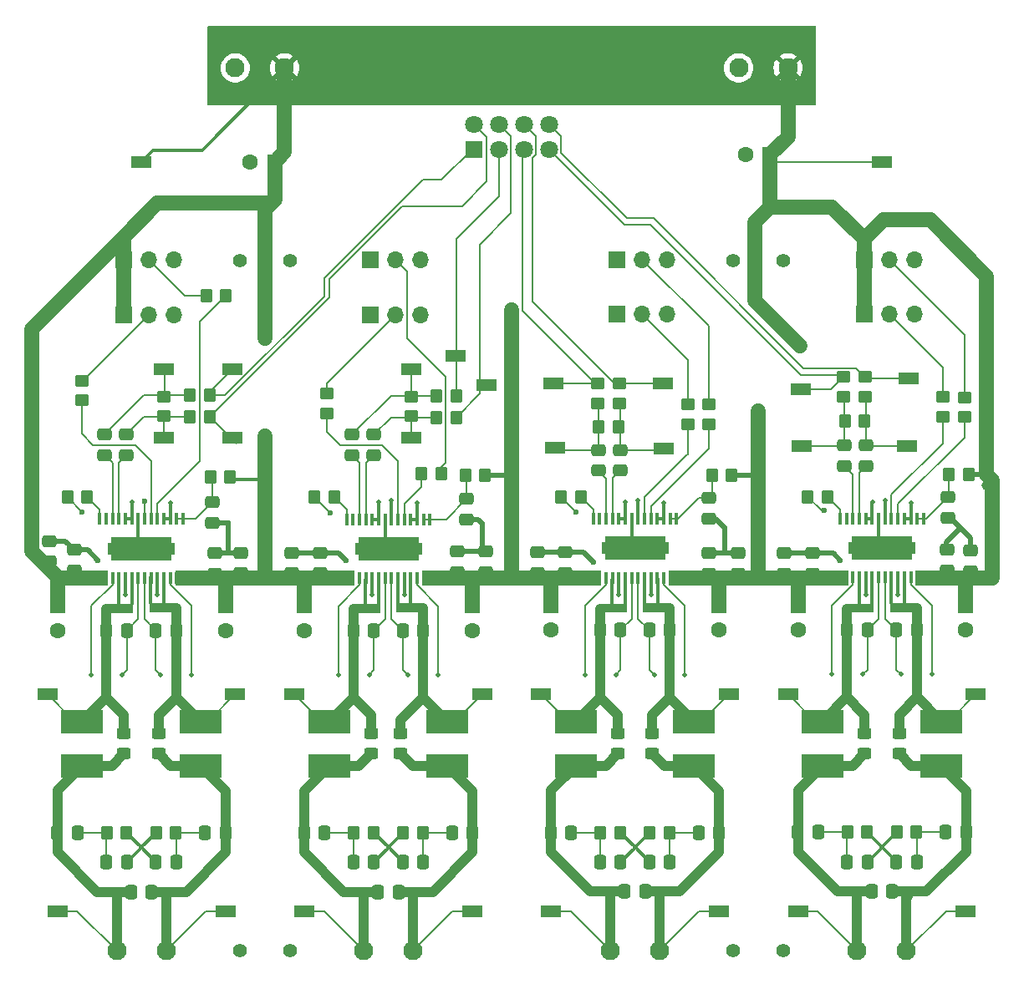
<source format=gbr>
%TF.GenerationSoftware,KiCad,Pcbnew,8.0.7*%
%TF.CreationDate,2025-07-18T12:07:20-04:00*%
%TF.ProjectId,Amplifier_board,416d706c-6966-4696-9572-5f626f617264,rev?*%
%TF.SameCoordinates,Original*%
%TF.FileFunction,Copper,L1,Top*%
%TF.FilePolarity,Positive*%
%FSLAX46Y46*%
G04 Gerber Fmt 4.6, Leading zero omitted, Abs format (unit mm)*
G04 Created by KiCad (PCBNEW 8.0.7) date 2025-07-18 12:07:20*
%MOMM*%
%LPD*%
G01*
G04 APERTURE LIST*
G04 Aperture macros list*
%AMRoundRect*
0 Rectangle with rounded corners*
0 $1 Rounding radius*
0 $2 $3 $4 $5 $6 $7 $8 $9 X,Y pos of 4 corners*
0 Add a 4 corners polygon primitive as box body*
4,1,4,$2,$3,$4,$5,$6,$7,$8,$9,$2,$3,0*
0 Add four circle primitives for the rounded corners*
1,1,$1+$1,$2,$3*
1,1,$1+$1,$4,$5*
1,1,$1+$1,$6,$7*
1,1,$1+$1,$8,$9*
0 Add four rect primitives between the rounded corners*
20,1,$1+$1,$2,$3,$4,$5,0*
20,1,$1+$1,$4,$5,$6,$7,0*
20,1,$1+$1,$6,$7,$8,$9,0*
20,1,$1+$1,$8,$9,$2,$3,0*%
%AMFreePoly0*
4,1,13,0.632222,3.085000,1.200000,3.085000,1.200000,-3.085001,0.625000,-3.085001,0.625000,-3.345000,-0.625000,-3.345000,-0.625000,-3.085001,-1.200000,-3.085001,-1.200000,3.085000,-0.617778,3.085000,-0.625000,3.345000,0.625000,3.345000,0.632222,3.085000,0.632222,3.085000,$1*%
G04 Aperture macros list end*
%TA.AperFunction,ComponentPad*%
%ADD10R,1.700000X1.700000*%
%TD*%
%TA.AperFunction,ComponentPad*%
%ADD11O,1.700000X1.700000*%
%TD*%
%TA.AperFunction,ComponentPad*%
%ADD12R,1.600000X1.600000*%
%TD*%
%TA.AperFunction,ComponentPad*%
%ADD13C,1.600000*%
%TD*%
%TA.AperFunction,SMDPad,CuDef*%
%ADD14RoundRect,0.250000X0.475000X-0.337500X0.475000X0.337500X-0.475000X0.337500X-0.475000X-0.337500X0*%
%TD*%
%TA.AperFunction,SMDPad,CuDef*%
%ADD15RoundRect,0.250000X-0.450000X0.325000X-0.450000X-0.325000X0.450000X-0.325000X0.450000X0.325000X0*%
%TD*%
%TA.AperFunction,SMDPad,CuDef*%
%ADD16R,4.200000X2.400000*%
%TD*%
%TA.AperFunction,SMDPad,CuDef*%
%ADD17RoundRect,0.250000X-0.450000X0.350000X-0.450000X-0.350000X0.450000X-0.350000X0.450000X0.350000X0*%
%TD*%
%TA.AperFunction,SMDPad,CuDef*%
%ADD18R,2.000000X1.200000*%
%TD*%
%TA.AperFunction,SMDPad,CuDef*%
%ADD19RoundRect,0.250000X0.450000X-0.350000X0.450000X0.350000X-0.450000X0.350000X-0.450000X-0.350000X0*%
%TD*%
%TA.AperFunction,SMDPad,CuDef*%
%ADD20RoundRect,0.250000X-0.337500X-0.475000X0.337500X-0.475000X0.337500X0.475000X-0.337500X0.475000X0*%
%TD*%
%TA.AperFunction,ComponentPad*%
%ADD21C,1.400000*%
%TD*%
%TA.AperFunction,SMDPad,CuDef*%
%ADD22R,0.304800X1.270000*%
%TD*%
%TA.AperFunction,SMDPad,CuDef*%
%ADD23FreePoly0,270.000000*%
%TD*%
%TA.AperFunction,SMDPad,CuDef*%
%ADD24RoundRect,0.250000X0.337500X0.475000X-0.337500X0.475000X-0.337500X-0.475000X0.337500X-0.475000X0*%
%TD*%
%TA.AperFunction,SMDPad,CuDef*%
%ADD25RoundRect,0.250000X-0.350000X-0.450000X0.350000X-0.450000X0.350000X0.450000X-0.350000X0.450000X0*%
%TD*%
%TA.AperFunction,ComponentPad*%
%ADD26C,1.950000*%
%TD*%
%TA.AperFunction,SMDPad,CuDef*%
%ADD27RoundRect,0.250000X-0.475000X0.337500X-0.475000X-0.337500X0.475000X-0.337500X0.475000X0.337500X0*%
%TD*%
%TA.AperFunction,SMDPad,CuDef*%
%ADD28RoundRect,0.250000X0.350000X0.450000X-0.350000X0.450000X-0.350000X-0.450000X0.350000X-0.450000X0*%
%TD*%
%TA.AperFunction,ComponentPad*%
%ADD29R,1.800000X1.800000*%
%TD*%
%TA.AperFunction,ComponentPad*%
%ADD30C,1.800000*%
%TD*%
%TA.AperFunction,ViaPad*%
%ADD31C,0.600000*%
%TD*%
%TA.AperFunction,ViaPad*%
%ADD32C,1.000000*%
%TD*%
%TA.AperFunction,ViaPad*%
%ADD33C,0.500000*%
%TD*%
%TA.AperFunction,Conductor*%
%ADD34C,1.500000*%
%TD*%
%TA.AperFunction,Conductor*%
%ADD35C,0.500000*%
%TD*%
%TA.AperFunction,Conductor*%
%ADD36C,0.200000*%
%TD*%
%TA.AperFunction,Conductor*%
%ADD37C,0.300000*%
%TD*%
%TA.AperFunction,Conductor*%
%ADD38C,1.000000*%
%TD*%
G04 APERTURE END LIST*
%TA.AperFunction,Conductor*%
%TO.N,+24V*%
G36*
X106560000Y-95960000D02*
G01*
X108590000Y-95960000D01*
X108590000Y-97460000D01*
X106560000Y-97460000D01*
X106560000Y-95960000D01*
G37*
%TD.AperFunction*%
%TA.AperFunction,Conductor*%
%TO.N,/amp1/OutP_unfiltered*%
G36*
X83470000Y-99330000D02*
G01*
X86170000Y-99330000D01*
X86170000Y-100220000D01*
X83470000Y-100220000D01*
X83470000Y-99330000D01*
G37*
%TD.AperFunction*%
%TA.AperFunction,Conductor*%
%TO.N,+24V*%
G36*
X156545000Y-95930000D02*
G01*
X158575000Y-95930000D01*
X158575000Y-97430000D01*
X156545000Y-97430000D01*
X156545000Y-95930000D01*
G37*
%TD.AperFunction*%
%TA.AperFunction,Conductor*%
G36*
X81550000Y-95950000D02*
G01*
X83580000Y-95950000D01*
X83580000Y-97450000D01*
X81550000Y-97450000D01*
X81550000Y-95950000D01*
G37*
%TD.AperFunction*%
%TA.AperFunction,Conductor*%
G36*
X115435000Y-95980000D02*
G01*
X117465000Y-95980000D01*
X117465000Y-97480000D01*
X115435000Y-97480000D01*
X115435000Y-95980000D01*
G37*
%TD.AperFunction*%
%TA.AperFunction,Conductor*%
%TO.N,/amp2/OutP_unfiltered*%
G36*
X108480000Y-99337621D02*
G01*
X111180000Y-99337621D01*
X111180000Y-100227621D01*
X108480000Y-100227621D01*
X108480000Y-99337621D01*
G37*
%TD.AperFunction*%
%TA.AperFunction,Conductor*%
%TO.N,+24V*%
G36*
X140415000Y-95960000D02*
G01*
X142445000Y-95960000D01*
X142445000Y-97460000D01*
X140415000Y-97460000D01*
X140415000Y-95960000D01*
G37*
%TD.AperFunction*%
%TA.AperFunction,Conductor*%
%TO.N,/amp3/OutN_unfiltered*%
G36*
X137800000Y-99265000D02*
G01*
X140500000Y-99265000D01*
X140500000Y-100155000D01*
X137800000Y-100155000D01*
X137800000Y-99265000D01*
G37*
%TD.AperFunction*%
%TA.AperFunction,Conductor*%
%TO.N,+24V*%
G36*
X165425000Y-95950000D02*
G01*
X167455000Y-95950000D01*
X167455000Y-97450000D01*
X165425000Y-97450000D01*
X165425000Y-95950000D01*
G37*
%TD.AperFunction*%
%TA.AperFunction,Conductor*%
G36*
X131535000Y-95940000D02*
G01*
X133565000Y-95940000D01*
X133565000Y-97440000D01*
X131535000Y-97440000D01*
X131535000Y-95940000D01*
G37*
%TD.AperFunction*%
%TA.AperFunction,Conductor*%
%TO.N,/amp4/OutP_unfiltered*%
G36*
X158470000Y-99307621D02*
G01*
X161170000Y-99307621D01*
X161170000Y-100197621D01*
X158470000Y-100197621D01*
X158470000Y-99307621D01*
G37*
%TD.AperFunction*%
%TA.AperFunction,Conductor*%
%TO.N,/amp4/OutN_unfiltered*%
G36*
X162810000Y-99252621D02*
G01*
X165510000Y-99252621D01*
X165510000Y-100142621D01*
X162810000Y-100142621D01*
X162810000Y-99252621D01*
G37*
%TD.AperFunction*%
%TA.AperFunction,Conductor*%
%TO.N,+24V*%
G36*
X90420000Y-95970000D02*
G01*
X92450000Y-95970000D01*
X92450000Y-97470000D01*
X90420000Y-97470000D01*
X90420000Y-95970000D01*
G37*
%TD.AperFunction*%
%TA.AperFunction,Conductor*%
%TO.N,/amp3/OutP_unfiltered*%
G36*
X133460000Y-99320000D02*
G01*
X136160000Y-99320000D01*
X136160000Y-100210000D01*
X133460000Y-100210000D01*
X133460000Y-99320000D01*
G37*
%TD.AperFunction*%
%TA.AperFunction,Conductor*%
%TO.N,/amp1/OutN_unfiltered*%
G36*
X87810000Y-99275000D02*
G01*
X90510000Y-99275000D01*
X90510000Y-100165000D01*
X87810000Y-100165000D01*
X87810000Y-99275000D01*
G37*
%TD.AperFunction*%
%TA.AperFunction,Conductor*%
%TO.N,/amp2/OutN_unfiltered*%
G36*
X112820000Y-99282621D02*
G01*
X115520000Y-99282621D01*
X115520000Y-100172621D01*
X112820000Y-100172621D01*
X112820000Y-99282621D01*
G37*
%TD.AperFunction*%
%TD*%
D10*
%TO.P,J8,1,Pin_1*%
%TO.N,+24V*%
X85210000Y-64475000D03*
D11*
%TO.P,J8,2,Pin_2*%
%TO.N,Net-(J8-Pin_2)*%
X87750000Y-64475000D03*
%TO.P,J8,3,Pin_3*%
%TO.N,GND*%
X90290000Y-64475000D03*
%TD*%
D12*
%TO.P,C8,1*%
%TO.N,+24V*%
X95500000Y-99500000D03*
D13*
%TO.P,C8,2*%
%TO.N,GND*%
X95500000Y-102000000D03*
%TD*%
D14*
%TO.P,C5,1*%
%TO.N,GND*%
X94200000Y-91075000D03*
%TO.P,C5,2*%
%TO.N,Net-(U1-\u002AFAULT)*%
X94200000Y-89000000D03*
%TD*%
D15*
%TO.P,FB4,1*%
%TO.N,/amp4/OutP_unfiltered*%
X160250000Y-112475000D03*
%TO.P,FB4,2*%
%TO.N,/amp4/OutP*%
X160250000Y-114525000D03*
%TD*%
D16*
%TO.P,L3,1*%
%TO.N,/amp3/OutN_unfiltered*%
X142990000Y-111240000D03*
%TO.P,L3,2*%
%TO.N,/amp3/OutN*%
X142990000Y-115740000D03*
%TD*%
D12*
%TO.P,C14,1*%
%TO.N,+24V*%
X100500000Y-54500000D03*
D13*
%TO.P,C14,2*%
%TO.N,GND*%
X98000000Y-54500000D03*
%TD*%
D17*
%TO.P,R33,1*%
%TO.N,Net-(J12-Pin_2)*%
X80950000Y-76680000D03*
%TO.P,R33,2*%
%TO.N,/amp1/Gain1*%
X80950000Y-78680000D03*
%TD*%
D12*
%TO.P,C52,1*%
%TO.N,+24V*%
X170500000Y-99477621D03*
D13*
%TO.P,C52,2*%
%TO.N,GND*%
X170500000Y-101977621D03*
%TD*%
D18*
%TO.P,TP5,1,1*%
%TO.N,/amp1/OutP_unfiltered*%
X77500000Y-108500000D03*
%TD*%
%TO.P,TP2,1,1*%
%TO.N,/amp2/OutN_unfiltered*%
X121510000Y-108507621D03*
%TD*%
D19*
%TO.P,R19,1*%
%TO.N,Net-(C31-Pad2)*%
X135380000Y-78980000D03*
%TO.P,R19,2*%
%TO.N,/In3N*%
X135380000Y-76980000D03*
%TD*%
D18*
%TO.P,TP17,1,1*%
%TO.N,/In1P*%
X96200000Y-75500000D03*
%TD*%
D20*
%TO.P,C64,1*%
%TO.N,GND*%
X138452500Y-125490000D03*
%TO.P,C64,2*%
%TO.N,Net-(C43-Pad2)*%
X140527500Y-125490000D03*
%TD*%
D16*
%TO.P,L5,1*%
%TO.N,/amp1/OutP_unfiltered*%
X81000000Y-111250000D03*
%TO.P,L5,2*%
%TO.N,/amp1/OutP*%
X81000000Y-115750000D03*
%TD*%
D20*
%TO.P,C7,1*%
%TO.N,/amp1/OutP_unfiltered*%
X83462500Y-102000000D03*
%TO.P,C7,2*%
%TO.N,Net-(C7-Pad2)*%
X85537500Y-102000000D03*
%TD*%
D15*
%TO.P,FB2,1*%
%TO.N,/amp2/OutP_unfiltered*%
X110250000Y-112475000D03*
%TO.P,FB2,2*%
%TO.N,/amp2/OutP*%
X110250000Y-114525000D03*
%TD*%
D20*
%TO.P,C51,1*%
%TO.N,/amp4/OutP_unfiltered*%
X158462500Y-101977620D03*
%TO.P,C51,2*%
%TO.N,Net-(C51-Pad2)*%
X160537500Y-101977620D03*
%TD*%
D21*
%TO.P,TP36,1,1*%
%TO.N,GND*%
X96960000Y-134500000D03*
X102040000Y-134500000D03*
%TD*%
D20*
%TO.P,C72,1*%
%TO.N,/amp3/OutP*%
X135952500Y-128490000D03*
%TO.P,C72,2*%
%TO.N,/amp3/OutN*%
X138027500Y-128490000D03*
%TD*%
D22*
%TO.P,U4,1,\u002ASD*%
%TO.N,Net-(U4-\u002AFAULT)*%
X166225074Y-90705821D03*
%TO.P,U4,2,\u002AFAULT*%
X165575063Y-90705821D03*
%TO.P,U4,3,GND*%
%TO.N,GND*%
X164925051Y-90705821D03*
%TO.P,U4,4,GND*%
X164275040Y-90705821D03*
%TO.P,U4,5,GAIN0*%
%TO.N,/amp4/Gain0*%
X163625028Y-90705821D03*
%TO.P,U4,6,GAIN1*%
%TO.N,/amp4/Gain1*%
X162975017Y-90705821D03*
%TO.P,U4,7,AVCC*%
%TO.N,/amp4/AVCC*%
X162325006Y-90705821D03*
%TO.P,U4,8,AGND*%
%TO.N,GND*%
X161674994Y-90705821D03*
%TO.P,U4,9,GVDD*%
%TO.N,Net-(U4-GVDD)*%
X161024983Y-90705821D03*
%TO.P,U4,10,PLIMIT*%
X160374972Y-90705821D03*
%TO.P,U4,11,INN*%
%TO.N,Net-(U4-INN)*%
X159724960Y-90705821D03*
%TO.P,U4,12,INP*%
%TO.N,Net-(U4-INP)*%
X159074949Y-90705821D03*
%TO.P,U4,13,NC*%
%TO.N,unconnected-(U4-NC-Pad13)*%
X158424937Y-90705821D03*
%TO.P,U4,14,AVCC*%
%TO.N,Net-(R7-Pad2)*%
X157774926Y-90705821D03*
%TO.P,U4,15,PVCC*%
%TO.N,+24V*%
X157774926Y-96649421D03*
%TO.P,U4,16,PVCC*%
X158424937Y-96649421D03*
%TO.P,U4,17,BSP*%
%TO.N,Net-(C51-Pad2)*%
X159074949Y-96649421D03*
%TO.P,U4,18,OUTP*%
%TO.N,/amp4/OutP_unfiltered*%
X159724960Y-96649421D03*
%TO.P,U4,19,PGND*%
%TO.N,GND*%
X160374972Y-96649421D03*
%TO.P,U4,20,OUTP*%
%TO.N,/amp4/OutP_unfiltered*%
X161024983Y-96649421D03*
%TO.P,U4,21,BSP*%
%TO.N,Net-(C51-Pad2)*%
X161674994Y-96649421D03*
%TO.P,U4,22,BSN*%
%TO.N,Net-(C50-Pad2)*%
X162325006Y-96649421D03*
%TO.P,U4,23,OUTN*%
%TO.N,/amp4/OutN_unfiltered*%
X162975017Y-96649421D03*
%TO.P,U4,24,PGND*%
%TO.N,GND*%
X163625028Y-96649421D03*
%TO.P,U4,25,OUTN*%
%TO.N,/amp4/OutN_unfiltered*%
X164275040Y-96649421D03*
%TO.P,U4,26,BSN*%
%TO.N,Net-(C50-Pad2)*%
X164925051Y-96649421D03*
%TO.P,U4,27,PVCC*%
%TO.N,+24V*%
X165575063Y-96649421D03*
%TO.P,U4,28,PVCC*%
X166225074Y-96649421D03*
D23*
%TO.P,U4,29,EPAD*%
%TO.N,GND*%
X162000000Y-93677621D03*
%TD*%
D24*
%TO.P,C44,1*%
%TO.N,Net-(C44-Pad1)*%
X130527500Y-122490000D03*
%TO.P,C44,2*%
%TO.N,/amp3/OutP*%
X128452500Y-122490000D03*
%TD*%
%TO.P,C29,1*%
%TO.N,Net-(C29-Pad1)*%
X105547500Y-122507621D03*
%TO.P,C29,2*%
%TO.N,/amp2/OutP*%
X103472500Y-122507621D03*
%TD*%
D18*
%TO.P,TP16,1,1*%
%TO.N,/amp4/OutP*%
X153500000Y-130477620D03*
%TD*%
D25*
%TO.P,R7,1*%
%TO.N,/amp4/AVCC*%
X154500001Y-88477621D03*
%TO.P,R7,2*%
%TO.N,Net-(R7-Pad2)*%
X156500001Y-88477621D03*
%TD*%
D15*
%TO.P,FB5,1*%
%TO.N,/amp1/OutN_unfiltered*%
X88750000Y-112475000D03*
%TO.P,FB5,2*%
%TO.N,/amp1/OutN*%
X88750000Y-114525000D03*
%TD*%
%TO.P,FB7,1*%
%TO.N,/amp3/OutN_unfiltered*%
X138750000Y-112475000D03*
%TO.P,FB7,2*%
%TO.N,/amp3/OutN*%
X138750000Y-114525000D03*
%TD*%
D26*
%TO.P,J4,1*%
%TO.N,/amp3/OutP*%
X134500000Y-134500000D03*
%TO.P,J4,2*%
%TO.N,/amp3/OutN*%
X139500000Y-134500000D03*
%TD*%
D10*
%TO.P,J9,1,Pin_1*%
%TO.N,+24V*%
X110220000Y-64482621D03*
D11*
%TO.P,J9,2,Pin_2*%
%TO.N,Net-(J9-Pin_2)*%
X112760000Y-64482621D03*
%TO.P,J9,3,Pin_3*%
%TO.N,GND*%
X115300000Y-64482621D03*
%TD*%
D18*
%TO.P,TP22,1,1*%
%TO.N,/In2N*%
X121930000Y-77180000D03*
%TD*%
D10*
%TO.P,J11,1,Pin_1*%
%TO.N,+24V*%
X160210001Y-64452621D03*
D11*
%TO.P,J11,2,Pin_2*%
%TO.N,Net-(J11-Pin_2)*%
X162750001Y-64452621D03*
%TO.P,J11,3,Pin_3*%
%TO.N,GND*%
X165290001Y-64452621D03*
%TD*%
D25*
%TO.P,R3,1*%
%TO.N,/amp2/AVCC*%
X104510000Y-88507621D03*
%TO.P,R3,2*%
%TO.N,Net-(R3-Pad2)*%
X106510000Y-88507621D03*
%TD*%
%TO.P,R17,1*%
%TO.N,Net-(C2-Pad2)*%
X91900000Y-80400000D03*
%TO.P,R17,2*%
%TO.N,/In1N*%
X93900000Y-80400000D03*
%TD*%
D24*
%TO.P,C35,1*%
%TO.N,/amp3/OutN_unfiltered*%
X140527500Y-101990000D03*
%TO.P,C35,2*%
%TO.N,Net-(C35-Pad2)*%
X138452500Y-101990000D03*
%TD*%
D18*
%TO.P,TP8,1,1*%
%TO.N,/amp4/OutP_unfiltered*%
X152500000Y-108477620D03*
%TD*%
D10*
%TO.P,J13,1,Pin_1*%
%TO.N,+24V*%
X110220000Y-70007621D03*
D11*
%TO.P,J13,2,Pin_2*%
%TO.N,Net-(J13-Pin_2)*%
X112760000Y-70007621D03*
%TO.P,J13,3,Pin_3*%
%TO.N,GND*%
X115300000Y-70007621D03*
%TD*%
D25*
%TO.P,R13,1*%
%TO.N,Net-(C58-Pad1)*%
X83500000Y-122500000D03*
%TO.P,R13,2*%
%TO.N,GND*%
X85500000Y-122500000D03*
%TD*%
D20*
%TO.P,C70,1*%
%TO.N,/amp1/OutP*%
X85962500Y-128500000D03*
%TO.P,C70,2*%
%TO.N,/amp1/OutN*%
X88037500Y-128500000D03*
%TD*%
D12*
%TO.P,C53,1*%
%TO.N,+24V*%
X153500000Y-99477621D03*
D13*
%TO.P,C53,2*%
%TO.N,GND*%
X153500000Y-101977621D03*
%TD*%
D26*
%TO.P,J6,1*%
%TO.N,+24V*%
X152500000Y-45000000D03*
%TO.P,J6,2*%
%TO.N,GND*%
X147500000Y-45000000D03*
%TD*%
D22*
%TO.P,U3,1,\u002ASD*%
%TO.N,Net-(U3-\u002AFAULT)*%
X141215074Y-90718200D03*
%TO.P,U3,2,\u002AFAULT*%
X140565063Y-90718200D03*
%TO.P,U3,3,GND*%
%TO.N,GND*%
X139915051Y-90718200D03*
%TO.P,U3,4,GND*%
X139265040Y-90718200D03*
%TO.P,U3,5,GAIN0*%
%TO.N,/amp3/Gain0*%
X138615028Y-90718200D03*
%TO.P,U3,6,GAIN1*%
%TO.N,/amp3/Gain1*%
X137965017Y-90718200D03*
%TO.P,U3,7,AVCC*%
%TO.N,/amp3/AVCC*%
X137315006Y-90718200D03*
%TO.P,U3,8,AGND*%
%TO.N,GND*%
X136664994Y-90718200D03*
%TO.P,U3,9,GVDD*%
%TO.N,Net-(U3-GVDD)*%
X136014983Y-90718200D03*
%TO.P,U3,10,PLIMIT*%
X135364972Y-90718200D03*
%TO.P,U3,11,INN*%
%TO.N,Net-(U3-INN)*%
X134714960Y-90718200D03*
%TO.P,U3,12,INP*%
%TO.N,Net-(U3-INP)*%
X134064949Y-90718200D03*
%TO.P,U3,13,NC*%
%TO.N,unconnected-(U3-NC-Pad13)*%
X133414937Y-90718200D03*
%TO.P,U3,14,AVCC*%
%TO.N,Net-(R5-Pad2)*%
X132764926Y-90718200D03*
%TO.P,U3,15,PVCC*%
%TO.N,+24V*%
X132764926Y-96661800D03*
%TO.P,U3,16,PVCC*%
X133414937Y-96661800D03*
%TO.P,U3,17,BSP*%
%TO.N,Net-(C36-Pad2)*%
X134064949Y-96661800D03*
%TO.P,U3,18,OUTP*%
%TO.N,/amp3/OutP_unfiltered*%
X134714960Y-96661800D03*
%TO.P,U3,19,PGND*%
%TO.N,GND*%
X135364972Y-96661800D03*
%TO.P,U3,20,OUTP*%
%TO.N,/amp3/OutP_unfiltered*%
X136014983Y-96661800D03*
%TO.P,U3,21,BSP*%
%TO.N,Net-(C36-Pad2)*%
X136664994Y-96661800D03*
%TO.P,U3,22,BSN*%
%TO.N,Net-(C35-Pad2)*%
X137315006Y-96661800D03*
%TO.P,U3,23,OUTN*%
%TO.N,/amp3/OutN_unfiltered*%
X137965017Y-96661800D03*
%TO.P,U3,24,PGND*%
%TO.N,GND*%
X138615028Y-96661800D03*
%TO.P,U3,25,OUTN*%
%TO.N,/amp3/OutN_unfiltered*%
X139265040Y-96661800D03*
%TO.P,U3,26,BSN*%
%TO.N,Net-(C35-Pad2)*%
X139915051Y-96661800D03*
%TO.P,U3,27,PVCC*%
%TO.N,+24V*%
X140565063Y-96661800D03*
%TO.P,U3,28,PVCC*%
X141215074Y-96661800D03*
D23*
%TO.P,U3,29,EPAD*%
%TO.N,GND*%
X136990000Y-93690000D03*
%TD*%
D20*
%TO.P,C71,1*%
%TO.N,/amp2/OutP*%
X110972500Y-128507621D03*
%TO.P,C71,2*%
%TO.N,/amp2/OutN*%
X113047500Y-128507621D03*
%TD*%
D12*
%TO.P,C37,1*%
%TO.N,+24V*%
X145490000Y-99490000D03*
D13*
%TO.P,C37,2*%
%TO.N,GND*%
X145490000Y-101990000D03*
%TD*%
D15*
%TO.P,FB6,1*%
%TO.N,/amp2/OutN_unfiltered*%
X113250000Y-112475000D03*
%TO.P,FB6,2*%
%TO.N,/amp2/OutN*%
X113250000Y-114525000D03*
%TD*%
D17*
%TO.P,R32,1*%
%TO.N,Net-(J11-Pin_2)*%
X170380000Y-78400000D03*
%TO.P,R32,2*%
%TO.N,/amp4/Gain0*%
X170380000Y-80400000D03*
%TD*%
D18*
%TO.P,TP9,1,1*%
%TO.N,/amp1/OutN*%
X95500000Y-130500000D03*
%TD*%
D20*
%TO.P,C73,1*%
%TO.N,/amp4/OutP*%
X160962500Y-128477621D03*
%TO.P,C73,2*%
%TO.N,/amp4/OutN*%
X163037500Y-128477621D03*
%TD*%
D19*
%TO.P,R26,1*%
%TO.N,Net-(C16-Pad2)*%
X114310000Y-80307621D03*
%TO.P,R26,2*%
%TO.N,Net-(C15-Pad1)*%
X114310000Y-78307621D03*
%TD*%
D14*
%TO.P,C16,1*%
%TO.N,Net-(U2-INN)*%
X110510000Y-84245121D03*
%TO.P,C16,2*%
%TO.N,Net-(C16-Pad2)*%
X110510000Y-82170121D03*
%TD*%
D18*
%TO.P,TP12,1,1*%
%TO.N,/amp4/OutN*%
X170500000Y-130477621D03*
%TD*%
D27*
%TO.P,C45,1*%
%TO.N,Net-(C45-Pad1)*%
X158200000Y-83265000D03*
%TO.P,C45,2*%
%TO.N,Net-(U4-INP)*%
X158200000Y-85340000D03*
%TD*%
D20*
%TO.P,C67,1*%
%TO.N,Net-(C29-Pad1)*%
X108472500Y-125507621D03*
%TO.P,C67,2*%
%TO.N,GND*%
X110547500Y-125507621D03*
%TD*%
D28*
%TO.P,R8,1*%
%TO.N,+24V*%
X170800000Y-86200000D03*
%TO.P,R8,2*%
%TO.N,Net-(U4-\u002AFAULT)*%
X168800000Y-86200000D03*
%TD*%
D18*
%TO.P,TP4,1,1*%
%TO.N,/amp4/OutN_unfiltered*%
X171499999Y-108477621D03*
%TD*%
%TO.P,TP24,1,1*%
%TO.N,/In4N*%
X164680000Y-76430000D03*
%TD*%
%TO.P,TP1,1,1*%
%TO.N,/amp1/OutN_unfiltered*%
X96500000Y-108500000D03*
%TD*%
D25*
%TO.P,R5,1*%
%TO.N,/amp3/AVCC*%
X129490000Y-88490000D03*
%TO.P,R5,2*%
%TO.N,Net-(R5-Pad2)*%
X131490000Y-88490000D03*
%TD*%
D14*
%TO.P,C31,1*%
%TO.N,Net-(U3-INN)*%
X135480000Y-85810000D03*
%TO.P,C31,2*%
%TO.N,Net-(C31-Pad2)*%
X135480000Y-83735000D03*
%TD*%
D18*
%TO.P,TP10,1,1*%
%TO.N,/amp2/OutN*%
X120510000Y-130507621D03*
%TD*%
D15*
%TO.P,FB8,1*%
%TO.N,/amp4/OutN_unfiltered*%
X163750000Y-112475000D03*
%TO.P,FB8,2*%
%TO.N,/amp4/OutN*%
X163750000Y-114525000D03*
%TD*%
D18*
%TO.P,TP21,1,1*%
%TO.N,/In1N*%
X96200000Y-82500000D03*
%TD*%
%TO.P,TP15,1,1*%
%TO.N,/amp3/OutP*%
X128490000Y-130490000D03*
%TD*%
D20*
%TO.P,C36,1*%
%TO.N,/amp3/OutP_unfiltered*%
X133452500Y-101990000D03*
%TO.P,C36,2*%
%TO.N,Net-(C36-Pad2)*%
X135527500Y-101990000D03*
%TD*%
D14*
%TO.P,C49,1*%
%TO.N,GND*%
X168700000Y-90575000D03*
%TO.P,C49,2*%
%TO.N,Net-(U4-\u002AFAULT)*%
X168700000Y-88500000D03*
%TD*%
D15*
%TO.P,FB1,1*%
%TO.N,/amp1/OutP_unfiltered*%
X85250000Y-112475000D03*
%TO.P,FB1,2*%
%TO.N,/amp1/OutP*%
X85250000Y-114525000D03*
%TD*%
D19*
%TO.P,R24,1*%
%TO.N,Net-(C45-Pad1)*%
X158120000Y-78330000D03*
%TO.P,R24,2*%
%TO.N,/In4P*%
X158120000Y-76330000D03*
%TD*%
%TO.P,R25,1*%
%TO.N,Net-(C2-Pad2)*%
X89300000Y-80300000D03*
%TO.P,R25,2*%
%TO.N,Net-(C1-Pad1)*%
X89300000Y-78300000D03*
%TD*%
D18*
%TO.P,TP26,1,1*%
%TO.N,Net-(C15-Pad1)*%
X114310000Y-75507621D03*
%TD*%
D25*
%TO.P,R21,1*%
%TO.N,Net-(C1-Pad1)*%
X91900000Y-78200000D03*
%TO.P,R21,2*%
%TO.N,/In1P*%
X93900000Y-78200000D03*
%TD*%
D20*
%TO.P,C21,1*%
%TO.N,/amp2/OutP_unfiltered*%
X108472500Y-102007621D03*
%TO.P,C21,2*%
%TO.N,Net-(C21-Pad2)*%
X110547500Y-102007621D03*
%TD*%
D25*
%TO.P,R18,1*%
%TO.N,Net-(C16-Pad2)*%
X116910000Y-80407621D03*
%TO.P,R18,2*%
%TO.N,/In2N*%
X118910000Y-80407621D03*
%TD*%
D24*
%TO.P,C54,1*%
%TO.N,/amp1/OutN*%
X95537500Y-122500000D03*
%TO.P,C54,2*%
%TO.N,Net-(C54-Pad2)*%
X93462500Y-122500000D03*
%TD*%
D17*
%TO.P,R35,1*%
%TO.N,Net-(J14-Pin_2)*%
X142340000Y-79120000D03*
%TO.P,R35,2*%
%TO.N,/amp3/Gain1*%
X142340000Y-81120000D03*
%TD*%
D24*
%TO.P,C58,1*%
%TO.N,Net-(C58-Pad1)*%
X80537500Y-122500000D03*
%TO.P,C58,2*%
%TO.N,/amp1/OutP*%
X78462500Y-122500000D03*
%TD*%
D28*
%TO.P,R6,1*%
%TO.N,+24V*%
X146800000Y-86300000D03*
%TO.P,R6,2*%
%TO.N,Net-(U3-\u002AFAULT)*%
X144800000Y-86300000D03*
%TD*%
D12*
%TO.P,C9,1*%
%TO.N,+24V*%
X78500000Y-99500000D03*
D13*
%TO.P,C9,2*%
%TO.N,GND*%
X78500000Y-102000000D03*
%TD*%
D25*
%TO.P,R15,1*%
%TO.N,Net-(C44-Pad1)*%
X133490000Y-122490000D03*
%TO.P,R15,2*%
%TO.N,GND*%
X135490000Y-122490000D03*
%TD*%
D18*
%TO.P,TP19,1,1*%
%TO.N,/In3P*%
X128750000Y-76990000D03*
%TD*%
D16*
%TO.P,L2,1*%
%TO.N,/amp2/OutN_unfiltered*%
X118010000Y-111257621D03*
%TO.P,L2,2*%
%TO.N,/amp2/OutN*%
X118010000Y-115757621D03*
%TD*%
D14*
%TO.P,C34,1*%
%TO.N,GND*%
X144500000Y-90675000D03*
%TO.P,C34,2*%
%TO.N,Net-(U3-\u002AFAULT)*%
X144500000Y-88600000D03*
%TD*%
D12*
%TO.P,C38,1*%
%TO.N,+24V*%
X128490000Y-99490000D03*
D13*
%TO.P,C38,2*%
%TO.N,GND*%
X128490000Y-101990000D03*
%TD*%
D29*
%TO.P,J7,1,Pin_1*%
%TO.N,/In1P*%
X120690000Y-53270000D03*
D30*
%TO.P,J7,2,Pin_2*%
%TO.N,/In1N*%
X120690000Y-50730000D03*
%TO.P,J7,3,Pin_3*%
%TO.N,/In2P*%
X123230000Y-53270000D03*
%TO.P,J7,4,Pin_4*%
%TO.N,/In2N*%
X123230000Y-50730000D03*
%TO.P,J7,5,Pin_5*%
%TO.N,/In3P*%
X125770000Y-53270000D03*
%TO.P,J7,6,Pin_6*%
%TO.N,/In3N*%
X125770000Y-50730000D03*
%TO.P,J7,7,Pin_7*%
%TO.N,/In4P*%
X128310000Y-53270000D03*
%TO.P,J7,8,Pin_8*%
%TO.N,/In4N*%
X128310000Y-50730000D03*
%TD*%
D20*
%TO.P,C63,1*%
%TO.N,GND*%
X113472500Y-125507621D03*
%TO.P,C63,2*%
%TO.N,Net-(C28-Pad2)*%
X115547500Y-125507621D03*
%TD*%
D17*
%TO.P,R36,1*%
%TO.N,Net-(J15-Pin_2)*%
X168160000Y-78360000D03*
%TO.P,R36,2*%
%TO.N,/amp4/Gain1*%
X168160000Y-80360000D03*
%TD*%
D18*
%TO.P,TP11,1,1*%
%TO.N,/amp3/OutN*%
X145490000Y-130490000D03*
%TD*%
D20*
%TO.P,C65,1*%
%TO.N,GND*%
X163462500Y-125477621D03*
%TO.P,C65,2*%
%TO.N,Net-(C60-Pad2)*%
X165537500Y-125477621D03*
%TD*%
D16*
%TO.P,L4,1*%
%TO.N,/amp4/OutN_unfiltered*%
X168000000Y-111227621D03*
%TO.P,L4,2*%
%TO.N,/amp4/OutN*%
X168000000Y-115727621D03*
%TD*%
D18*
%TO.P,TP7,1,1*%
%TO.N,/amp3/OutP_unfiltered*%
X127490000Y-108490000D03*
%TD*%
D10*
%TO.P,J14,1,Pin_1*%
%TO.N,+24V*%
X135200000Y-69990000D03*
D11*
%TO.P,J14,2,Pin_2*%
%TO.N,Net-(J14-Pin_2)*%
X137740000Y-69990000D03*
%TO.P,J14,3,Pin_3*%
%TO.N,GND*%
X140280000Y-69990000D03*
%TD*%
D18*
%TO.P,TP13,1,1*%
%TO.N,/amp1/OutP*%
X78500000Y-130500000D03*
%TD*%
D25*
%TO.P,R1,1*%
%TO.N,/amp1/AVCC*%
X79500000Y-88500000D03*
%TO.P,R1,2*%
%TO.N,Net-(R1-Pad2)*%
X81500000Y-88500000D03*
%TD*%
D27*
%TO.P,C30,1*%
%TO.N,Net-(C30-Pad1)*%
X133280000Y-83735000D03*
%TO.P,C30,2*%
%TO.N,Net-(U3-INP)*%
X133280000Y-85810000D03*
%TD*%
D18*
%TO.P,TP14,1,1*%
%TO.N,/amp2/OutP*%
X103510000Y-130507621D03*
%TD*%
%TO.P,TP27,1,1*%
%TO.N,Net-(C30-Pad1)*%
X128930000Y-83530000D03*
%TD*%
D16*
%TO.P,L1,1*%
%TO.N,/amp1/OutN_unfiltered*%
X93000000Y-111250000D03*
%TO.P,L1,2*%
%TO.N,/amp1/OutN*%
X93000000Y-115750000D03*
%TD*%
D28*
%TO.P,R4,1*%
%TO.N,+24V*%
X121800000Y-86300000D03*
%TO.P,R4,2*%
%TO.N,Net-(U2-\u002AFAULT)*%
X119800000Y-86300000D03*
%TD*%
D25*
%TO.P,R16,1*%
%TO.N,Net-(C61-Pad1)*%
X158500000Y-122477621D03*
%TO.P,R16,2*%
%TO.N,GND*%
X160500000Y-122477621D03*
%TD*%
D19*
%TO.P,R20,1*%
%TO.N,Net-(C46-Pad2)*%
X160320000Y-78330000D03*
%TO.P,R20,2*%
%TO.N,/In4N*%
X160320000Y-76330000D03*
%TD*%
D24*
%TO.P,C6,1*%
%TO.N,/amp1/OutN_unfiltered*%
X90537500Y-102000000D03*
%TO.P,C6,2*%
%TO.N,Net-(C6-Pad2)*%
X88462500Y-102000000D03*
%TD*%
D10*
%TO.P,J12,1,Pin_1*%
%TO.N,+24V*%
X85210000Y-70000000D03*
D11*
%TO.P,J12,2,Pin_2*%
%TO.N,Net-(J12-Pin_2)*%
X87750000Y-70000000D03*
%TO.P,J12,3,Pin_3*%
%TO.N,GND*%
X90290000Y-70000000D03*
%TD*%
D20*
%TO.P,C66,1*%
%TO.N,Net-(C58-Pad1)*%
X83462500Y-125500000D03*
%TO.P,C66,2*%
%TO.N,GND*%
X85537500Y-125500000D03*
%TD*%
D24*
%TO.P,C50,1*%
%TO.N,/amp4/OutN_unfiltered*%
X165537500Y-101977620D03*
%TO.P,C50,2*%
%TO.N,Net-(C50-Pad2)*%
X163462500Y-101977620D03*
%TD*%
D18*
%TO.P,TP28,1,1*%
%TO.N,Net-(C45-Pad1)*%
X153900000Y-83340000D03*
%TD*%
%TO.P,TP30,1,1*%
%TO.N,Net-(C16-Pad2)*%
X114310000Y-82507621D03*
%TD*%
D28*
%TO.P,R2,1*%
%TO.N,+24V*%
X96000000Y-86500000D03*
%TO.P,R2,2*%
%TO.N,Net-(U1-\u002AFAULT)*%
X94000000Y-86500000D03*
%TD*%
D20*
%TO.P,C68,1*%
%TO.N,Net-(C44-Pad1)*%
X133452500Y-125490000D03*
%TO.P,C68,2*%
%TO.N,GND*%
X135527500Y-125490000D03*
%TD*%
D25*
%TO.P,R10,1*%
%TO.N,GND*%
X113510000Y-122507621D03*
%TO.P,R10,2*%
%TO.N,Net-(C28-Pad2)*%
X115510000Y-122507621D03*
%TD*%
D24*
%TO.P,C28,1*%
%TO.N,/amp2/OutN*%
X120547500Y-122507621D03*
%TO.P,C28,2*%
%TO.N,Net-(C28-Pad2)*%
X118472500Y-122507621D03*
%TD*%
D25*
%TO.P,R12,1*%
%TO.N,GND*%
X163500000Y-122477621D03*
%TO.P,R12,2*%
%TO.N,Net-(C60-Pad2)*%
X165500000Y-122477621D03*
%TD*%
D16*
%TO.P,L7,1*%
%TO.N,/amp3/OutP_unfiltered*%
X130990000Y-111240000D03*
%TO.P,L7,2*%
%TO.N,/amp3/OutP*%
X130990000Y-115740000D03*
%TD*%
D25*
%TO.P,R9,1*%
%TO.N,GND*%
X88500000Y-122500000D03*
%TO.P,R9,2*%
%TO.N,Net-(C54-Pad2)*%
X90500000Y-122500000D03*
%TD*%
D15*
%TO.P,FB3,1*%
%TO.N,/amp3/OutP_unfiltered*%
X135250000Y-112475000D03*
%TO.P,FB3,2*%
%TO.N,/amp3/OutP*%
X135250000Y-114525000D03*
%TD*%
D21*
%TO.P,TP38,1,1*%
%TO.N,GND*%
X146960000Y-134500000D03*
X152040000Y-134500000D03*
%TD*%
D25*
%TO.P,R22,1*%
%TO.N,Net-(C15-Pad1)*%
X116910000Y-78207621D03*
%TO.P,R22,2*%
%TO.N,/In2P*%
X118910000Y-78207621D03*
%TD*%
D12*
%TO.P,C74,1*%
%TO.N,+24V*%
X150680000Y-53780000D03*
D13*
%TO.P,C74,2*%
%TO.N,GND*%
X148180000Y-53780000D03*
%TD*%
D26*
%TO.P,J5,1*%
%TO.N,/amp4/OutP*%
X159500000Y-134500000D03*
%TO.P,J5,2*%
%TO.N,/amp4/OutN*%
X164500000Y-134500000D03*
%TD*%
D22*
%TO.P,U2,1,\u002ASD*%
%TO.N,Net-(U2-\u002AFAULT)*%
X116235074Y-90735821D03*
%TO.P,U2,2,\u002AFAULT*%
X115585063Y-90735821D03*
%TO.P,U2,3,GND*%
%TO.N,GND*%
X114935051Y-90735821D03*
%TO.P,U2,4,GND*%
X114285040Y-90735821D03*
%TO.P,U2,5,GAIN0*%
%TO.N,/amp2/Gain0*%
X113635028Y-90735821D03*
%TO.P,U2,6,GAIN1*%
%TO.N,/amp2/Gain1*%
X112985017Y-90735821D03*
%TO.P,U2,7,AVCC*%
%TO.N,/amp2/AVCC*%
X112335006Y-90735821D03*
%TO.P,U2,8,AGND*%
%TO.N,GND*%
X111684994Y-90735821D03*
%TO.P,U2,9,GVDD*%
%TO.N,Net-(U2-GVDD)*%
X111034983Y-90735821D03*
%TO.P,U2,10,PLIMIT*%
X110384972Y-90735821D03*
%TO.P,U2,11,INN*%
%TO.N,Net-(U2-INN)*%
X109734960Y-90735821D03*
%TO.P,U2,12,INP*%
%TO.N,Net-(U2-INP)*%
X109084949Y-90735821D03*
%TO.P,U2,13,NC*%
%TO.N,unconnected-(U2-NC-Pad13)*%
X108434937Y-90735821D03*
%TO.P,U2,14,AVCC*%
%TO.N,Net-(R3-Pad2)*%
X107784926Y-90735821D03*
%TO.P,U2,15,PVCC*%
%TO.N,+24V*%
X107784926Y-96679421D03*
%TO.P,U2,16,PVCC*%
X108434937Y-96679421D03*
%TO.P,U2,17,BSP*%
%TO.N,Net-(C21-Pad2)*%
X109084949Y-96679421D03*
%TO.P,U2,18,OUTP*%
%TO.N,/amp2/OutP_unfiltered*%
X109734960Y-96679421D03*
%TO.P,U2,19,PGND*%
%TO.N,GND*%
X110384972Y-96679421D03*
%TO.P,U2,20,OUTP*%
%TO.N,/amp2/OutP_unfiltered*%
X111034983Y-96679421D03*
%TO.P,U2,21,BSP*%
%TO.N,Net-(C21-Pad2)*%
X111684994Y-96679421D03*
%TO.P,U2,22,BSN*%
%TO.N,Net-(C20-Pad2)*%
X112335006Y-96679421D03*
%TO.P,U2,23,OUTN*%
%TO.N,/amp2/OutN_unfiltered*%
X112985017Y-96679421D03*
%TO.P,U2,24,PGND*%
%TO.N,GND*%
X113635028Y-96679421D03*
%TO.P,U2,25,OUTN*%
%TO.N,/amp2/OutN_unfiltered*%
X114285040Y-96679421D03*
%TO.P,U2,26,BSN*%
%TO.N,Net-(C20-Pad2)*%
X114935051Y-96679421D03*
%TO.P,U2,27,PVCC*%
%TO.N,+24V*%
X115585063Y-96679421D03*
%TO.P,U2,28,PVCC*%
X116235074Y-96679421D03*
D23*
%TO.P,U2,29,EPAD*%
%TO.N,GND*%
X112010000Y-93707621D03*
%TD*%
D21*
%TO.P,TP37,1,1*%
%TO.N,GND*%
X146960000Y-64500000D03*
X152040000Y-64500000D03*
%TD*%
D18*
%TO.P,TP32,1,1*%
%TO.N,Net-(C46-Pad2)*%
X164570000Y-83360000D03*
%TD*%
%TO.P,TP29,1,1*%
%TO.N,Net-(C2-Pad2)*%
X89300000Y-82500000D03*
%TD*%
D26*
%TO.P,J1,1*%
%TO.N,+24V*%
X101500000Y-45000000D03*
%TO.P,J1,2*%
%TO.N,GND*%
X96500000Y-45000000D03*
%TD*%
D21*
%TO.P,TP35,1,1*%
%TO.N,GND*%
X96960000Y-64500000D03*
X102040000Y-64500000D03*
%TD*%
D18*
%TO.P,TP34,1,1*%
%TO.N,+24V*%
X162000000Y-54500000D03*
%TD*%
D12*
%TO.P,C23,1*%
%TO.N,+24V*%
X103510000Y-99507621D03*
D13*
%TO.P,C23,2*%
%TO.N,GND*%
X103510000Y-102007621D03*
%TD*%
D10*
%TO.P,J15,1,Pin_1*%
%TO.N,+24V*%
X160210001Y-69977621D03*
D11*
%TO.P,J15,2,Pin_2*%
%TO.N,Net-(J15-Pin_2)*%
X162750001Y-69977621D03*
%TO.P,J15,3,Pin_3*%
%TO.N,GND*%
X165290001Y-69977621D03*
%TD*%
D24*
%TO.P,C61,1*%
%TO.N,Net-(C61-Pad1)*%
X155537500Y-122477620D03*
%TO.P,C61,2*%
%TO.N,/amp4/OutP*%
X153462500Y-122477620D03*
%TD*%
D20*
%TO.P,C62,1*%
%TO.N,GND*%
X88462500Y-125500000D03*
%TO.P,C62,2*%
%TO.N,Net-(C54-Pad2)*%
X90537500Y-125500000D03*
%TD*%
D26*
%TO.P,J2,1*%
%TO.N,/amp1/OutP*%
X84500000Y-134500000D03*
%TO.P,J2,2*%
%TO.N,/amp1/OutN*%
X89500000Y-134500000D03*
%TD*%
D16*
%TO.P,L8,1*%
%TO.N,/amp4/OutP_unfiltered*%
X156000000Y-111227620D03*
%TO.P,L8,2*%
%TO.N,/amp4/OutP*%
X156000000Y-115727620D03*
%TD*%
%TO.P,L6,1*%
%TO.N,/amp2/OutP_unfiltered*%
X106010000Y-111257621D03*
%TO.P,L6,2*%
%TO.N,/amp2/OutP*%
X106010000Y-115757621D03*
%TD*%
D27*
%TO.P,C15,1*%
%TO.N,Net-(C15-Pad1)*%
X108310000Y-82170121D03*
%TO.P,C15,2*%
%TO.N,Net-(U2-INP)*%
X108310000Y-84245121D03*
%TD*%
D18*
%TO.P,TP23,1,1*%
%TO.N,/In3N*%
X139860000Y-76990000D03*
%TD*%
D24*
%TO.P,C20,1*%
%TO.N,/amp2/OutN_unfiltered*%
X115547500Y-102007621D03*
%TO.P,C20,2*%
%TO.N,Net-(C20-Pad2)*%
X113472500Y-102007621D03*
%TD*%
%TO.P,C43,1*%
%TO.N,/amp3/OutN*%
X145527500Y-122490000D03*
%TO.P,C43,2*%
%TO.N,Net-(C43-Pad2)*%
X143452500Y-122490000D03*
%TD*%
D27*
%TO.P,C1,1*%
%TO.N,Net-(C1-Pad1)*%
X83300000Y-82162500D03*
%TO.P,C1,2*%
%TO.N,Net-(U1-INP)*%
X83300000Y-84237500D03*
%TD*%
D22*
%TO.P,U1,1,\u002ASD*%
%TO.N,Net-(U1-\u002AFAULT)*%
X91225074Y-90728200D03*
%TO.P,U1,2,\u002AFAULT*%
X90575063Y-90728200D03*
%TO.P,U1,3,GND*%
%TO.N,GND*%
X89925051Y-90728200D03*
%TO.P,U1,4,GND*%
X89275040Y-90728200D03*
%TO.P,U1,5,GAIN0*%
%TO.N,/amp1/Gain0*%
X88625028Y-90728200D03*
%TO.P,U1,6,GAIN1*%
%TO.N,/amp1/Gain1*%
X87975017Y-90728200D03*
%TO.P,U1,7,AVCC*%
%TO.N,/amp1/AVCC*%
X87325006Y-90728200D03*
%TO.P,U1,8,AGND*%
%TO.N,GND*%
X86674994Y-90728200D03*
%TO.P,U1,9,GVDD*%
%TO.N,Net-(U1-GVDD)*%
X86024983Y-90728200D03*
%TO.P,U1,10,PLIMIT*%
X85374972Y-90728200D03*
%TO.P,U1,11,INN*%
%TO.N,Net-(U1-INN)*%
X84724960Y-90728200D03*
%TO.P,U1,12,INP*%
%TO.N,Net-(U1-INP)*%
X84074949Y-90728200D03*
%TO.P,U1,13,NC*%
%TO.N,unconnected-(U1-NC-Pad13)*%
X83424937Y-90728200D03*
%TO.P,U1,14,AVCC*%
%TO.N,Net-(R1-Pad2)*%
X82774926Y-90728200D03*
%TO.P,U1,15,PVCC*%
%TO.N,+24V*%
X82774926Y-96671800D03*
%TO.P,U1,16,PVCC*%
X83424937Y-96671800D03*
%TO.P,U1,17,BSP*%
%TO.N,Net-(C7-Pad2)*%
X84074949Y-96671800D03*
%TO.P,U1,18,OUTP*%
%TO.N,/amp1/OutP_unfiltered*%
X84724960Y-96671800D03*
%TO.P,U1,19,PGND*%
%TO.N,GND*%
X85374972Y-96671800D03*
%TO.P,U1,20,OUTP*%
%TO.N,/amp1/OutP_unfiltered*%
X86024983Y-96671800D03*
%TO.P,U1,21,BSP*%
%TO.N,Net-(C7-Pad2)*%
X86674994Y-96671800D03*
%TO.P,U1,22,BSN*%
%TO.N,Net-(C6-Pad2)*%
X87325006Y-96671800D03*
%TO.P,U1,23,OUTN*%
%TO.N,/amp1/OutN_unfiltered*%
X87975017Y-96671800D03*
%TO.P,U1,24,PGND*%
%TO.N,GND*%
X88625028Y-96671800D03*
%TO.P,U1,25,OUTN*%
%TO.N,/amp1/OutN_unfiltered*%
X89275040Y-96671800D03*
%TO.P,U1,26,BSN*%
%TO.N,Net-(C6-Pad2)*%
X89925051Y-96671800D03*
%TO.P,U1,27,PVCC*%
%TO.N,+24V*%
X90575063Y-96671800D03*
%TO.P,U1,28,PVCC*%
X91225074Y-96671800D03*
D23*
%TO.P,U1,29,EPAD*%
%TO.N,GND*%
X87000000Y-93700000D03*
%TD*%
D25*
%TO.P,R11,1*%
%TO.N,GND*%
X138490000Y-122490000D03*
%TO.P,R11,2*%
%TO.N,Net-(C43-Pad2)*%
X140490000Y-122490000D03*
%TD*%
D18*
%TO.P,TP33,1,1*%
%TO.N,+24V*%
X87000000Y-54500000D03*
%TD*%
D25*
%TO.P,R29,1*%
%TO.N,Net-(J8-Pin_2)*%
X93580000Y-68100000D03*
%TO.P,R29,2*%
%TO.N,/amp1/Gain0*%
X95580000Y-68100000D03*
%TD*%
D19*
%TO.P,R23,1*%
%TO.N,Net-(C30-Pad1)*%
X133180000Y-78980000D03*
%TO.P,R23,2*%
%TO.N,/In3P*%
X133180000Y-76980000D03*
%TD*%
D25*
%TO.P,R14,1*%
%TO.N,Net-(C29-Pad1)*%
X108510000Y-122507621D03*
%TO.P,R14,2*%
%TO.N,GND*%
X110510000Y-122507621D03*
%TD*%
D18*
%TO.P,TP25,1,1*%
%TO.N,Net-(C1-Pad1)*%
X89300000Y-75500000D03*
%TD*%
D26*
%TO.P,J3,1*%
%TO.N,/amp2/OutP*%
X109500000Y-134500000D03*
%TO.P,J3,2*%
%TO.N,/amp2/OutN*%
X114500000Y-134500000D03*
%TD*%
D10*
%TO.P,J10,1,Pin_1*%
%TO.N,+24V*%
X135200000Y-64465000D03*
D11*
%TO.P,J10,2,Pin_2*%
%TO.N,Net-(J10-Pin_2)*%
X137740000Y-64465000D03*
%TO.P,J10,3,Pin_3*%
%TO.N,GND*%
X140280000Y-64465000D03*
%TD*%
D24*
%TO.P,C60,1*%
%TO.N,/amp4/OutN*%
X170537500Y-122477621D03*
%TO.P,C60,2*%
%TO.N,Net-(C60-Pad2)*%
X168462500Y-122477621D03*
%TD*%
D17*
%TO.P,R31,1*%
%TO.N,Net-(J10-Pin_2)*%
X144440000Y-79120000D03*
%TO.P,R31,2*%
%TO.N,/amp3/Gain0*%
X144440000Y-81120000D03*
%TD*%
D28*
%TO.P,R30,1*%
%TO.N,Net-(J9-Pin_2)*%
X117370000Y-86100000D03*
%TO.P,R30,2*%
%TO.N,/amp2/Gain0*%
X115370000Y-86100000D03*
%TD*%
D14*
%TO.P,C2,1*%
%TO.N,Net-(U1-INN)*%
X85500000Y-84237500D03*
%TO.P,C2,2*%
%TO.N,Net-(C2-Pad2)*%
X85500000Y-82162500D03*
%TD*%
D12*
%TO.P,C22,1*%
%TO.N,+24V*%
X120510000Y-99507621D03*
D13*
%TO.P,C22,2*%
%TO.N,GND*%
X120510000Y-102007621D03*
%TD*%
D17*
%TO.P,R34,1*%
%TO.N,Net-(J13-Pin_2)*%
X105770000Y-78020000D03*
%TO.P,R34,2*%
%TO.N,/amp2/Gain1*%
X105770000Y-80020000D03*
%TD*%
D28*
%TO.P,R27,1*%
%TO.N,Net-(C31-Pad2)*%
X135310000Y-81420000D03*
%TO.P,R27,2*%
%TO.N,Net-(C30-Pad1)*%
X133310000Y-81420000D03*
%TD*%
D18*
%TO.P,TP18,1,1*%
%TO.N,/In2P*%
X118850000Y-74190000D03*
%TD*%
%TO.P,TP6,1,1*%
%TO.N,/amp2/OutP_unfiltered*%
X102510000Y-108507621D03*
%TD*%
%TO.P,TP31,1,1*%
%TO.N,Net-(C31-Pad2)*%
X139940000Y-83610000D03*
%TD*%
D20*
%TO.P,C69,1*%
%TO.N,Net-(C61-Pad1)*%
X158462500Y-125477621D03*
%TO.P,C69,2*%
%TO.N,GND*%
X160537500Y-125477621D03*
%TD*%
D18*
%TO.P,TP3,1,1*%
%TO.N,/amp3/OutN_unfiltered*%
X146490000Y-108490000D03*
%TD*%
%TO.P,TP20,1,1*%
%TO.N,/In4P*%
X153760000Y-77590000D03*
%TD*%
D14*
%TO.P,C46,1*%
%TO.N,Net-(U4-INN)*%
X160400000Y-85340000D03*
%TO.P,C46,2*%
%TO.N,Net-(C46-Pad2)*%
X160400000Y-83265000D03*
%TD*%
D28*
%TO.P,R28,1*%
%TO.N,Net-(C46-Pad2)*%
X160240000Y-80790000D03*
%TO.P,R28,2*%
%TO.N,Net-(C45-Pad1)*%
X158240000Y-80790000D03*
%TD*%
D14*
%TO.P,C19,1*%
%TO.N,GND*%
X119900000Y-90775000D03*
%TO.P,C19,2*%
%TO.N,Net-(U2-\u002AFAULT)*%
X119900000Y-88700000D03*
%TD*%
%TO.P,C57,1*%
%TO.N,+24V*%
X155000000Y-96275000D03*
%TO.P,C57,2*%
%TO.N,GND*%
X155000000Y-94200000D03*
%TD*%
%TO.P,C56,1*%
%TO.N,+24V*%
X171000000Y-96000000D03*
%TO.P,C56,2*%
%TO.N,GND*%
X171000000Y-93925000D03*
%TD*%
%TO.P,C39,1*%
%TO.N,+24V*%
X127100000Y-96175000D03*
%TO.P,C39,2*%
%TO.N,GND*%
X127100000Y-94100000D03*
%TD*%
%TO.P,C55,1*%
%TO.N,+24V*%
X152100000Y-96275000D03*
%TO.P,C55,2*%
%TO.N,GND*%
X152100000Y-94200000D03*
%TD*%
%TO.P,C12,1*%
%TO.N,+24V*%
X80200000Y-95937500D03*
%TO.P,C12,2*%
%TO.N,GND*%
X80200000Y-93862500D03*
%TD*%
%TO.P,C59,1*%
%TO.N,+24V*%
X168600000Y-95937500D03*
%TO.P,C59,2*%
%TO.N,GND*%
X168600000Y-93862500D03*
%TD*%
%TO.P,C10,1*%
%TO.N,+24V*%
X77700000Y-95037500D03*
%TO.P,C10,2*%
%TO.N,GND*%
X77700000Y-92962500D03*
%TD*%
%TO.P,C40,1*%
%TO.N,+24V*%
X147400000Y-96275000D03*
%TO.P,C40,2*%
%TO.N,GND*%
X147400000Y-94200000D03*
%TD*%
%TO.P,C41,1*%
%TO.N,+24V*%
X129900000Y-96175000D03*
%TO.P,C41,2*%
%TO.N,GND*%
X129900000Y-94100000D03*
%TD*%
%TO.P,C25,1*%
%TO.N,+24V*%
X121900000Y-96075000D03*
%TO.P,C25,2*%
%TO.N,GND*%
X121900000Y-94000000D03*
%TD*%
%TO.P,C13,1*%
%TO.N,+24V*%
X97100000Y-96237500D03*
%TO.P,C13,2*%
%TO.N,GND*%
X97100000Y-94162500D03*
%TD*%
%TO.P,C24,1*%
%TO.N,+24V*%
X102200000Y-96237500D03*
%TO.P,C24,2*%
%TO.N,GND*%
X102200000Y-94162500D03*
%TD*%
%TO.P,C27,1*%
%TO.N,+24V*%
X119000000Y-96075000D03*
%TO.P,C27,2*%
%TO.N,GND*%
X119000000Y-94000000D03*
%TD*%
%TO.P,C42,1*%
%TO.N,+24V*%
X144500000Y-96275000D03*
%TO.P,C42,2*%
%TO.N,GND*%
X144500000Y-94200000D03*
%TD*%
%TO.P,C26,1*%
%TO.N,+24V*%
X105100000Y-96237500D03*
%TO.P,C26,2*%
%TO.N,GND*%
X105100000Y-94162500D03*
%TD*%
%TO.P,C11,1*%
%TO.N,+24V*%
X94400000Y-96275000D03*
%TO.P,C11,2*%
%TO.N,GND*%
X94400000Y-94200000D03*
%TD*%
D31*
%TO.N,GND*%
X121500000Y-91200000D03*
X132800000Y-95100000D03*
X157800000Y-94900000D03*
D32*
%TO.N,+24V*%
X124500000Y-74020000D03*
X124500000Y-72520000D03*
X124500000Y-71020000D03*
X124500000Y-69520000D03*
X99500000Y-67900000D03*
X99500000Y-69400000D03*
X99500000Y-70900000D03*
X99500000Y-82390000D03*
X99500000Y-83890000D03*
X99500000Y-85390000D03*
X149500000Y-79777621D03*
X149500000Y-81277621D03*
X149500000Y-82777621D03*
D31*
%TO.N,GND*%
X146100000Y-91600000D03*
D32*
%TO.N,+24V*%
X151700000Y-71200000D03*
X172600000Y-87300000D03*
D31*
%TO.N,GND*%
X170000000Y-91600000D03*
X107700000Y-94900000D03*
D32*
%TO.N,+24V*%
X99500000Y-72400000D03*
D31*
%TO.N,GND*%
X95800000Y-91100000D03*
X82600000Y-94900000D03*
X162000000Y-123977621D03*
D33*
X113510000Y-93707621D03*
X114310000Y-94507621D03*
X136090000Y-94490000D03*
X87700000Y-93700000D03*
X161900000Y-93677621D03*
X112710000Y-93707621D03*
X111910000Y-94507621D03*
X85300000Y-93700000D03*
X162700000Y-93677621D03*
X160374983Y-98367621D03*
X110310000Y-93707621D03*
X111110000Y-93707621D03*
X85300000Y-92900000D03*
X136890000Y-93690000D03*
X86900000Y-94500000D03*
X134490000Y-94490000D03*
X135290000Y-94490000D03*
X134490000Y-93690000D03*
X136890000Y-92890000D03*
X161100000Y-92877621D03*
X159500000Y-92877621D03*
X114310000Y-93707621D03*
X163500000Y-92877621D03*
X85300000Y-94500000D03*
X139290000Y-94490000D03*
X89925051Y-89074949D03*
X163500000Y-93677621D03*
X114310000Y-92907621D03*
X109510000Y-94507621D03*
X88500000Y-92900000D03*
X160300000Y-93677621D03*
X110310000Y-92907621D03*
X111910000Y-93707621D03*
X136890000Y-94490000D03*
X160300000Y-94477621D03*
X137690000Y-92890000D03*
X161900000Y-94477621D03*
X162700000Y-94477621D03*
X112710000Y-94507621D03*
X84500000Y-93700000D03*
X137690000Y-93690000D03*
X139915051Y-89064949D03*
X113635017Y-98437621D03*
X160300000Y-92877621D03*
X86900000Y-93700000D03*
X139290000Y-93690000D03*
X87700000Y-92900000D03*
X86100000Y-92900000D03*
X138490000Y-94490000D03*
X86100000Y-94500000D03*
X164300000Y-94477621D03*
X164300000Y-92877621D03*
X89300000Y-92900000D03*
X135290000Y-93690000D03*
X161900000Y-92877621D03*
X137690000Y-94490000D03*
X163500000Y-94477621D03*
X113510000Y-94507621D03*
X159500000Y-94477621D03*
X135364983Y-98380000D03*
X136090000Y-93690000D03*
X139290000Y-92890000D03*
X110384983Y-98397621D03*
X109510000Y-93707621D03*
X164925051Y-89052570D03*
D31*
X136990000Y-123990000D03*
D33*
X85374983Y-98390000D03*
X88500000Y-94500000D03*
X136090000Y-92890000D03*
X84500000Y-92900000D03*
X110310000Y-94507621D03*
X113510000Y-92907621D03*
X135290000Y-92890000D03*
X162700000Y-92877621D03*
D31*
X87000000Y-124000000D03*
D33*
X86900000Y-92900000D03*
X164300000Y-93677621D03*
X89300000Y-93700000D03*
X161100000Y-94477621D03*
X109510000Y-92907621D03*
X88625017Y-98430000D03*
X111910000Y-92907621D03*
X114935051Y-89082570D03*
X134490000Y-92890000D03*
X87700000Y-94500000D03*
X84500000Y-94500000D03*
X138615017Y-98420000D03*
X111110000Y-94507621D03*
X111110000Y-92907621D03*
X161100000Y-93677621D03*
X89300000Y-94500000D03*
D31*
X112010000Y-124007621D03*
D33*
X88500000Y-93700000D03*
X112710000Y-92907621D03*
X138490000Y-92890000D03*
X159500000Y-93677621D03*
X163625017Y-98407621D03*
X86100000Y-93700000D03*
X138490000Y-93690000D03*
D32*
%TO.N,+24V*%
X124500000Y-84100000D03*
X149500000Y-84277621D03*
X99500000Y-86890000D03*
D33*
%TO.N,Net-(U1-GVDD)*%
X86040000Y-88980000D03*
%TO.N,Net-(U2-GVDD)*%
X111050000Y-88987621D03*
%TO.N,Net-(U3-GVDD)*%
X136030000Y-88970000D03*
%TO.N,Net-(U4-GVDD)*%
X161040000Y-88957621D03*
%TO.N,Net-(C6-Pad2)*%
X88950000Y-106500000D03*
X92050000Y-106500000D03*
%TO.N,Net-(C7-Pad2)*%
X81950000Y-106500000D03*
X85050000Y-106500000D03*
%TO.N,Net-(C20-Pad2)*%
X113960000Y-106507621D03*
X117060000Y-106507621D03*
%TO.N,Net-(C21-Pad2)*%
X106960000Y-106507621D03*
X110060000Y-106507621D03*
%TO.N,Net-(C35-Pad2)*%
X138940000Y-106490000D03*
X142040000Y-106490000D03*
%TO.N,Net-(C36-Pad2)*%
X135040000Y-106490000D03*
X131940000Y-106490000D03*
%TO.N,Net-(C50-Pad2)*%
X167050000Y-106477621D03*
X163950000Y-106477621D03*
%TO.N,Net-(C51-Pad2)*%
X156950000Y-106477621D03*
X160050000Y-106477621D03*
D31*
%TO.N,/amp1/AVCC*%
X80985000Y-89995000D03*
X87330000Y-88930000D03*
%TO.N,/amp2/AVCC*%
X106140000Y-90090000D03*
D33*
X112340000Y-88847621D03*
%TO.N,/amp3/AVCC*%
X137320000Y-88830000D03*
D31*
X131030000Y-90030000D03*
%TO.N,/amp4/AVCC*%
X156150000Y-89870000D03*
D33*
X162330000Y-88817621D03*
D32*
%TO.N,+24V*%
X153700000Y-73200000D03*
X152700000Y-72200000D03*
X149700000Y-69200000D03*
X150700000Y-70200000D03*
%TD*%
D34*
%TO.N,+24V*%
X172600000Y-86200000D02*
X173200000Y-86800000D01*
X173200000Y-86800000D02*
X173200000Y-96702621D01*
X173200000Y-96702621D02*
X170400000Y-96702621D01*
D35*
%TO.N,GND*%
X170000000Y-91600000D02*
X171000000Y-92600000D01*
X171000000Y-92600000D02*
X171000000Y-93925000D01*
D34*
%TO.N,+24V*%
X116295895Y-96700000D02*
X120900000Y-96700000D01*
X120510000Y-97090000D02*
X120900000Y-96700000D01*
X120900000Y-96700000D02*
X128580000Y-96700000D01*
X120510000Y-99507621D02*
X120510000Y-97090000D01*
X128490000Y-99490000D02*
X128490000Y-96790000D01*
X128490000Y-96790000D02*
X128580000Y-96700000D01*
D36*
%TO.N,Net-(U1-\u002AFAULT)*%
X94200000Y-89000000D02*
X94200000Y-86700000D01*
X94200000Y-86700000D02*
X94000000Y-86500000D01*
X91225074Y-90728200D02*
X92471800Y-90728200D01*
X92471800Y-90728200D02*
X94200000Y-89000000D01*
X90575063Y-90728200D02*
X91225074Y-90728200D01*
D35*
%TO.N,GND*%
X121500000Y-91200000D02*
X121500000Y-93600000D01*
X121500000Y-93600000D02*
X121900000Y-94000000D01*
X119900000Y-90775000D02*
X121075000Y-90775000D01*
X121075000Y-90775000D02*
X121500000Y-91200000D01*
D36*
%TO.N,Net-(U2-\u002AFAULT)*%
X119900000Y-88700000D02*
X119900000Y-86400000D01*
X119900000Y-86400000D02*
X119800000Y-86300000D01*
X116235074Y-90735821D02*
X117864179Y-90735821D01*
X117864179Y-90735821D02*
X119900000Y-88700000D01*
X115585063Y-90735821D02*
X116235074Y-90735821D01*
D34*
%TO.N,+24V*%
X124500000Y-69520000D02*
X124500000Y-86300000D01*
X124500000Y-86300000D02*
X124500000Y-96690000D01*
D35*
X121800000Y-86300000D02*
X124500000Y-86300000D01*
%TO.N,GND*%
X131800000Y-94100000D02*
X132800000Y-95100000D01*
X129900000Y-94100000D02*
X131800000Y-94100000D01*
X127100000Y-94100000D02*
X129900000Y-94100000D01*
X157100000Y-94200000D02*
X157800000Y-94900000D01*
X155000000Y-94200000D02*
X157100000Y-94200000D01*
X152100000Y-94200000D02*
X155000000Y-94200000D01*
D34*
%TO.N,+24V*%
X116263274Y-96732621D02*
X116295895Y-96700000D01*
X128580000Y-96700000D02*
X128590000Y-96690000D01*
X145500000Y-96677621D02*
X153500000Y-96677621D01*
X153500000Y-96677621D02*
X157746726Y-96677621D01*
X153500000Y-99477621D02*
X153500000Y-96677621D01*
X141280653Y-96677621D02*
X145500000Y-96677621D01*
X145490000Y-99490000D02*
X145490000Y-96687621D01*
X145490000Y-96687621D02*
X145500000Y-96677621D01*
X153700000Y-73200000D02*
X149100000Y-68600000D01*
X149100000Y-68600000D02*
X149100000Y-60650000D01*
X149100000Y-60650000D02*
X150680000Y-59070000D01*
X149500000Y-79800000D02*
X149500000Y-86500000D01*
D35*
%TO.N,GND*%
X144500000Y-90675000D02*
X145175000Y-90675000D01*
X145175000Y-90675000D02*
X146100000Y-91600000D01*
X146100000Y-94200000D02*
X146100000Y-91600000D01*
X144500000Y-94200000D02*
X146100000Y-94200000D01*
X146100000Y-94200000D02*
X147400000Y-94200000D01*
%TO.N,+24V*%
X146800000Y-86300000D02*
X149300000Y-86300000D01*
D34*
X149500000Y-86500000D02*
X149500000Y-96677621D01*
D36*
%TO.N,Net-(U3-\u002AFAULT)*%
X141215074Y-90718200D02*
X141318200Y-90718200D01*
X141318200Y-90718200D02*
X143436400Y-88600000D01*
X143436400Y-88600000D02*
X144500000Y-88600000D01*
X140565063Y-90718200D02*
X141215074Y-90718200D01*
X144800000Y-86300000D02*
X144800000Y-88300000D01*
X144800000Y-88300000D02*
X144500000Y-88600000D01*
D34*
%TO.N,+24V*%
X141243274Y-96715000D02*
X141280653Y-96677621D01*
X154000000Y-59070000D02*
X156910000Y-59070000D01*
X150680000Y-59070000D02*
X154000000Y-59070000D01*
D36*
%TO.N,Net-(U4-\u002AFAULT)*%
X168800000Y-86200000D02*
X168800000Y-88400000D01*
X168800000Y-88400000D02*
X168700000Y-88500000D01*
X166225074Y-90705821D02*
X165575063Y-90705821D01*
X168700000Y-88500000D02*
X166494179Y-90705821D01*
X166494179Y-90705821D02*
X166225074Y-90705821D01*
D34*
%TO.N,+24V*%
X172600000Y-66100000D02*
X172600000Y-86200000D01*
D35*
X170800000Y-86200000D02*
X172600000Y-86200000D01*
%TO.N,GND*%
X168700000Y-90575000D02*
X168975000Y-90575000D01*
X168975000Y-90575000D02*
X170000000Y-91600000D01*
X168500000Y-93962500D02*
X168500000Y-93100000D01*
X168500000Y-93100000D02*
X170000000Y-91600000D01*
D34*
%TO.N,+24V*%
X170500000Y-99477621D02*
X170500000Y-96802621D01*
X170500000Y-96802621D02*
X170400000Y-96702621D01*
X160210001Y-62370001D02*
X162180002Y-60400000D01*
X162180002Y-60400000D02*
X166900000Y-60400000D01*
X166900000Y-60400000D02*
X172600000Y-66100000D01*
D35*
%TO.N,GND*%
X106962500Y-94162500D02*
X107700000Y-94900000D01*
X105100000Y-94162500D02*
X106962500Y-94162500D01*
X102200000Y-94162500D02*
X105100000Y-94162500D01*
X95800000Y-94200000D02*
X96825000Y-94200000D01*
X95800000Y-94200000D02*
X95800000Y-91100000D01*
X94400000Y-94200000D02*
X95800000Y-94200000D01*
X96825000Y-94200000D02*
X97000000Y-94025000D01*
D34*
%TO.N,+24V*%
X99500000Y-96700000D02*
X99475000Y-96725000D01*
X99475000Y-96725000D02*
X95400000Y-96725000D01*
X103610000Y-96707621D02*
X99507621Y-96707621D01*
X99500000Y-96700000D02*
X99500000Y-92625000D01*
X99507621Y-96707621D02*
X99500000Y-96700000D01*
X103510000Y-99507621D02*
X103510000Y-96807621D01*
X103510000Y-96807621D02*
X103610000Y-96707621D01*
X95500000Y-99500000D02*
X95500000Y-96825000D01*
X95500000Y-96825000D02*
X95400000Y-96725000D01*
X99500000Y-82300000D02*
X99500000Y-92625000D01*
X99500000Y-72400000D02*
X99500000Y-59340000D01*
X99500000Y-59340000D02*
X100500000Y-58340000D01*
D35*
%TO.N,GND*%
X95775000Y-91075000D02*
X95800000Y-91100000D01*
X94200000Y-91075000D02*
X95775000Y-91075000D01*
%TO.N,Net-(U1-\u002AFAULT)*%
X94000000Y-88800000D02*
X94200000Y-89000000D01*
D37*
%TO.N,+24V*%
X99500000Y-86890000D02*
X99310000Y-86700000D01*
X99310000Y-86700000D02*
X96200000Y-86700000D01*
X96200000Y-86700000D02*
X96000000Y-86500000D01*
X96000000Y-86500000D02*
X95900000Y-86500000D01*
D35*
%TO.N,GND*%
X81562500Y-93862500D02*
X82600000Y-94900000D01*
X80200000Y-93862500D02*
X81562500Y-93862500D01*
X77700000Y-92962500D02*
X79300000Y-92962500D01*
X79300000Y-92962500D02*
X80200000Y-93862500D01*
D34*
%TO.N,+24V*%
X78500000Y-96600000D02*
X78600000Y-96700000D01*
X78600000Y-96700000D02*
X82746726Y-96700000D01*
X85210000Y-62125000D02*
X75900000Y-71435000D01*
X75900000Y-71435000D02*
X75900000Y-94000000D01*
X75900000Y-94000000D02*
X78500000Y-96600000D01*
X78500000Y-96600000D02*
X78500000Y-96800000D01*
X78500000Y-99500000D02*
X78500000Y-96800000D01*
D36*
%TO.N,Net-(U1-INP)*%
X84074949Y-85012449D02*
X84074949Y-90728200D01*
X83300000Y-84237500D02*
X84074949Y-85012449D01*
%TO.N,Net-(U1-INN)*%
X84724960Y-90728200D02*
X84724960Y-85012540D01*
X84724960Y-85012540D02*
X85500000Y-84237500D01*
D37*
%TO.N,GND*%
X136664994Y-93064994D02*
X136690000Y-93090000D01*
X89275040Y-93275040D02*
X89300000Y-93300000D01*
X163625028Y-96649421D02*
X163625028Y-98407610D01*
X85500000Y-122500000D02*
X87000000Y-124000000D01*
X164925051Y-90705821D02*
X164925051Y-89052570D01*
D36*
X159874972Y-94552593D02*
X159800000Y-94477621D01*
D37*
X88462500Y-125462500D02*
X87000000Y-124000000D01*
D36*
X86174994Y-92674994D02*
X86400000Y-92900000D01*
D37*
X136990000Y-124027500D02*
X135527500Y-125490000D01*
X112010000Y-124007621D02*
X112010000Y-124045121D01*
X160500000Y-122477621D02*
X162000000Y-123977621D01*
D36*
X138115028Y-94615028D02*
X137990000Y-94490000D01*
D37*
X138615028Y-94315028D02*
X138590000Y-94290000D01*
X164275040Y-93252661D02*
X164300000Y-93277621D01*
X162000000Y-123977621D02*
X163500000Y-122477621D01*
X113472500Y-125470121D02*
X112010000Y-124007621D01*
X88625028Y-94325028D02*
X88600000Y-94300000D01*
X139915051Y-90718200D02*
X139915051Y-89064949D01*
D36*
X163775040Y-92852661D02*
X163800000Y-92877621D01*
D37*
X139915051Y-90718200D02*
X139265040Y-90718200D01*
X113472500Y-125507621D02*
X113472500Y-125470121D01*
X110384972Y-98397610D02*
X110384983Y-98397621D01*
X160374972Y-98367610D02*
X160374983Y-98367621D01*
X163625028Y-98407610D02*
X163625017Y-98407621D01*
X88625028Y-98429989D02*
X88625017Y-98430000D01*
X110510000Y-122507621D02*
X112010000Y-124007621D01*
X85374972Y-98389989D02*
X85374983Y-98390000D01*
X87000000Y-124000000D02*
X88500000Y-122500000D01*
D36*
X88125028Y-94625028D02*
X88000000Y-94500000D01*
D37*
X87000000Y-124000000D02*
X87000000Y-124037500D01*
X111684994Y-90735821D02*
X111684994Y-93082615D01*
X113635028Y-98437610D02*
X113635017Y-98437621D01*
D36*
X134864972Y-94564972D02*
X134790000Y-94490000D01*
D37*
X85374972Y-96671800D02*
X85374972Y-98389989D01*
D36*
X113785040Y-92882661D02*
X113810000Y-92907621D01*
D37*
X114285040Y-93282661D02*
X114310000Y-93307621D01*
X113635028Y-94332649D02*
X113610000Y-94307621D01*
X164925051Y-90705821D02*
X164275040Y-90705821D01*
X136990000Y-123990000D02*
X136990000Y-124027500D01*
X138615028Y-98419989D02*
X138615017Y-98420000D01*
X110384972Y-94282593D02*
X110310000Y-94207621D01*
X136664994Y-90718200D02*
X136664994Y-93064994D01*
X135364972Y-96661800D02*
X135364972Y-98379989D01*
D36*
X111184994Y-92682615D02*
X111410000Y-92907621D01*
D37*
X138452500Y-125452500D02*
X136990000Y-123990000D01*
D36*
X136164994Y-92664994D02*
X136390000Y-92890000D01*
X163125028Y-94602649D02*
X163000000Y-94477621D01*
D37*
X161674994Y-90705821D02*
X161674994Y-93052615D01*
X89925051Y-90728200D02*
X89925051Y-89074949D01*
X88462500Y-125500000D02*
X88462500Y-125462500D01*
X110384972Y-96679421D02*
X110384972Y-98397610D01*
X85374972Y-94274972D02*
X85300000Y-94200000D01*
X86674994Y-93074994D02*
X86700000Y-93100000D01*
X135364972Y-94264972D02*
X135290000Y-94190000D01*
X112010000Y-124045121D02*
X110547500Y-125507621D01*
X114935051Y-90735821D02*
X114285040Y-90735821D01*
X138452500Y-125490000D02*
X138452500Y-125452500D01*
D36*
X113135028Y-94632649D02*
X113010000Y-94507621D01*
D37*
X111684994Y-93082615D02*
X111710000Y-93107621D01*
X135364972Y-98379989D02*
X135364983Y-98380000D01*
D36*
X88775040Y-92875040D02*
X88800000Y-92900000D01*
D37*
X163462500Y-125477621D02*
X163462500Y-125440121D01*
X112010000Y-124007621D02*
X113510000Y-122507621D01*
X160374972Y-96649421D02*
X160374972Y-98367610D01*
D36*
X161174994Y-92652615D02*
X161400000Y-92877621D01*
D37*
X139265040Y-93265040D02*
X139290000Y-93290000D01*
D36*
X84874972Y-94574972D02*
X84800000Y-94500000D01*
D37*
X88625028Y-96671800D02*
X88625028Y-98429989D01*
X136990000Y-123990000D02*
X138490000Y-122490000D01*
X87000000Y-124037500D02*
X85537500Y-125500000D01*
D36*
X138765040Y-92865040D02*
X138790000Y-92890000D01*
D37*
X135490000Y-122490000D02*
X136990000Y-123990000D01*
X86674994Y-90728200D02*
X86674994Y-93074994D01*
X114935051Y-90735821D02*
X114935051Y-89082570D01*
X161674994Y-93052615D02*
X161700000Y-93077621D01*
X162000000Y-124015121D02*
X160537500Y-125477621D01*
X138615028Y-96661800D02*
X138615028Y-98419989D01*
X163625028Y-94302649D02*
X163600000Y-94277621D01*
X113635028Y-96679421D02*
X113635028Y-98437610D01*
X162000000Y-123977621D02*
X162000000Y-124015121D01*
X89925051Y-90728200D02*
X89275040Y-90728200D01*
D36*
X109884972Y-94582593D02*
X109810000Y-94507621D01*
D37*
X163462500Y-125440121D02*
X162000000Y-123977621D01*
X160374972Y-94252593D02*
X160300000Y-94177621D01*
D34*
%TO.N,+24V*%
X100500000Y-58340000D02*
X100120000Y-58720000D01*
X100500000Y-58340000D02*
X100500000Y-54500000D01*
X152500000Y-45000000D02*
X152500000Y-51960000D01*
X100500000Y-54500000D02*
X101460000Y-53540000D01*
X128590000Y-96690000D02*
X132736726Y-96690000D01*
X156910000Y-59070000D02*
X160210001Y-62370001D01*
X170400000Y-96702621D02*
X166253274Y-96702621D01*
X160210001Y-64452621D02*
X160210001Y-69977621D01*
X100120000Y-58720000D02*
X88615000Y-58720000D01*
D36*
X151400000Y-54500000D02*
X150680000Y-53780000D01*
X162000000Y-54500000D02*
X151400000Y-54500000D01*
D34*
X101460000Y-45040000D02*
X101500000Y-45000000D01*
D37*
X93150000Y-53350000D02*
X101500000Y-45000000D01*
D34*
X85210000Y-64475000D02*
X85210000Y-70000000D01*
X150680000Y-59070000D02*
X150680000Y-53780000D01*
X95400000Y-96725000D02*
X91253274Y-96725000D01*
X152500000Y-51960000D02*
X150680000Y-53780000D01*
X103610000Y-96707621D02*
X107756726Y-96707621D01*
X88615000Y-58720000D02*
X85210000Y-62125000D01*
X101460000Y-53540000D02*
X101460000Y-45040000D01*
X160210001Y-62370001D02*
X160210001Y-64452621D01*
X85210000Y-62125000D02*
X85210000Y-64475000D01*
D37*
X87000000Y-54500000D02*
X88150000Y-53350000D01*
X88150000Y-53350000D02*
X93150000Y-53350000D01*
%TO.N,Net-(U1-GVDD)*%
X86040000Y-88980000D02*
X86024983Y-88995017D01*
X86024983Y-88995017D02*
X86024983Y-90728200D01*
X85374972Y-90728200D02*
X86024983Y-90728200D01*
D36*
%TO.N,Net-(U2-INP)*%
X108310000Y-84245121D02*
X109084949Y-85020070D01*
X109084949Y-85020070D02*
X109084949Y-90735821D01*
%TO.N,Net-(U2-INN)*%
X109734960Y-85020161D02*
X110510000Y-84245121D01*
X109734960Y-90735821D02*
X109734960Y-85020161D01*
D37*
%TO.N,Net-(U2-GVDD)*%
X111034983Y-89002638D02*
X111034983Y-90735821D01*
X111050000Y-88987621D02*
X111034983Y-89002638D01*
X110384972Y-90735821D02*
X111034983Y-90735821D01*
D38*
%TO.N,/amp2/OutN*%
X113078750Y-128507621D02*
X114470000Y-128507621D01*
X116541250Y-128507621D02*
X120541250Y-124507621D01*
D36*
X118492379Y-130507621D02*
X114500000Y-134500000D01*
D38*
X114470000Y-128507621D02*
X114500000Y-128537621D01*
X120541250Y-124507621D02*
X120541250Y-118288871D01*
X120541250Y-118288871D02*
X118010000Y-115757621D01*
X114470000Y-128507621D02*
X116541250Y-128507621D01*
X118010000Y-115757621D02*
X114482621Y-115757621D01*
X114482621Y-115757621D02*
X113250000Y-114525000D01*
D36*
X120510000Y-130507621D02*
X118492379Y-130507621D01*
D38*
X114500000Y-128537621D02*
X114500000Y-134500000D01*
%TO.N,/amp2/OutP*%
X109017379Y-115757621D02*
X110250000Y-114525000D01*
X106010000Y-115757621D02*
X109017379Y-115757621D01*
D36*
X103510000Y-130507621D02*
X105510000Y-130507621D01*
X105510000Y-130510000D02*
X109500000Y-134500000D01*
D38*
X109500000Y-128537621D02*
X109500000Y-134500000D01*
X109530000Y-128507621D02*
X109500000Y-128537621D01*
X103510000Y-118257621D02*
X103510000Y-124507621D01*
D36*
X105510000Y-130507621D02*
X105510000Y-130510000D01*
D38*
X107510000Y-128507621D02*
X109530000Y-128507621D01*
X106010000Y-115757621D02*
X103510000Y-118257621D01*
X109530000Y-128507621D02*
X110972500Y-128507621D01*
X103510000Y-124507621D02*
X107510000Y-128507621D01*
D36*
%TO.N,Net-(U3-INP)*%
X134064949Y-90718200D02*
X134064949Y-86594949D01*
X134064949Y-86594949D02*
X133280000Y-85810000D01*
%TO.N,Net-(U3-INN)*%
X134714960Y-90718200D02*
X134714960Y-86575040D01*
X134714960Y-86575040D02*
X135480000Y-85810000D01*
D37*
%TO.N,Net-(U3-GVDD)*%
X136014983Y-88985017D02*
X136014983Y-90718200D01*
X136030000Y-88970000D02*
X136014983Y-88985017D01*
X135364972Y-90718200D02*
X136014983Y-90718200D01*
D36*
%TO.N,/amp3/OutN*%
X143470000Y-130510000D02*
X139500000Y-134480000D01*
X139500000Y-134480000D02*
X139500000Y-134500000D01*
D38*
X142990000Y-115740000D02*
X139965000Y-115740000D01*
X139510000Y-128490000D02*
X139500000Y-128500000D01*
X145521250Y-118271250D02*
X142990000Y-115740000D01*
D36*
X145490000Y-130490000D02*
X143490000Y-130490000D01*
D38*
X139500000Y-128500000D02*
X139500000Y-134500000D01*
X141521250Y-128490000D02*
X145521250Y-124490000D01*
X138058750Y-128490000D02*
X139510000Y-128490000D01*
X139510000Y-128490000D02*
X141521250Y-128490000D01*
X145521250Y-124490000D02*
X145521250Y-118271250D01*
X139965000Y-115740000D02*
X138750000Y-114525000D01*
D36*
X143490000Y-130510000D02*
X143470000Y-130510000D01*
D38*
%TO.N,/amp3/OutP*%
X134560000Y-128490000D02*
X134500000Y-128550000D01*
X130990000Y-115740000D02*
X128490000Y-118240000D01*
D36*
X130490000Y-130490000D02*
X134500000Y-134500000D01*
D38*
X128490000Y-124490000D02*
X132490000Y-128490000D01*
X132490000Y-128490000D02*
X134560000Y-128490000D01*
X128490000Y-118240000D02*
X128490000Y-124490000D01*
X134500000Y-128550000D02*
X134500000Y-134500000D01*
X134560000Y-128490000D02*
X135952500Y-128490000D01*
X134035000Y-115740000D02*
X135250000Y-114525000D01*
X130990000Y-115740000D02*
X134035000Y-115740000D01*
D36*
X128490000Y-130490000D02*
X130490000Y-130490000D01*
%TO.N,Net-(U4-INP)*%
X159074949Y-90705821D02*
X159074949Y-86214949D01*
X159074949Y-86214949D02*
X158200000Y-85340000D01*
%TO.N,Net-(U4-INN)*%
X159724960Y-90705821D02*
X159724960Y-86015040D01*
X159724960Y-86015040D02*
X160400000Y-85340000D01*
D37*
%TO.N,Net-(U4-GVDD)*%
X160374972Y-90705821D02*
X161024983Y-90705821D01*
X161024983Y-88972638D02*
X161024983Y-90705821D01*
X161040000Y-88957621D02*
X161024983Y-88972638D01*
D38*
%TO.N,/amp1/OutN*%
X89870000Y-128500000D02*
X91531250Y-128500000D01*
D36*
X95500000Y-130500000D02*
X93500000Y-130500000D01*
D38*
X89975000Y-115750000D02*
X88750000Y-114525000D01*
X93000000Y-115750000D02*
X89975000Y-115750000D01*
X95531250Y-118281250D02*
X93000000Y-115750000D01*
X91531250Y-128500000D02*
X95531250Y-124500000D01*
X95531250Y-124500000D02*
X95531250Y-118281250D01*
D36*
X93500000Y-130500000D02*
X89500000Y-134500000D01*
D38*
X89500000Y-128640000D02*
X89500000Y-134500000D01*
X88068750Y-128500000D02*
X89870000Y-128500000D01*
%TO.N,/amp1/OutP*%
X84590000Y-128500000D02*
X85962500Y-128500000D01*
D36*
X78500000Y-130500000D02*
X80500000Y-130500000D01*
D38*
X82500000Y-128500000D02*
X84590000Y-128500000D01*
X84025000Y-115750000D02*
X85250000Y-114525000D01*
X81000000Y-115750000D02*
X78500000Y-118250000D01*
X81000000Y-115750000D02*
X84025000Y-115750000D01*
X78500000Y-118250000D02*
X78500000Y-124500000D01*
D36*
X80500000Y-130500000D02*
X84500000Y-134500000D01*
D38*
X84500000Y-128590000D02*
X84500000Y-134500000D01*
X84590000Y-128500000D02*
X84500000Y-128590000D01*
X78500000Y-124500000D02*
X82500000Y-128500000D01*
%TO.N,/amp4/OutN*%
X163068750Y-128477621D02*
X164610000Y-128477621D01*
X170531250Y-118258871D02*
X168000000Y-115727621D01*
D36*
X170500000Y-130477621D02*
X168522379Y-130477621D01*
D38*
X170531250Y-124477621D02*
X170531250Y-118258871D01*
X164500000Y-129110000D02*
X164500000Y-134500000D01*
D36*
X168522379Y-130477621D02*
X164500000Y-134500000D01*
D38*
X164610000Y-129000000D02*
X164500000Y-129110000D01*
X168000000Y-115727621D02*
X164952621Y-115727621D01*
X166531250Y-128477621D02*
X170531250Y-124477621D01*
X164610000Y-128477621D02*
X164610000Y-129000000D01*
D36*
X170500000Y-130477621D02*
X168500000Y-130477621D01*
D38*
X164952621Y-115727621D02*
X163750000Y-114525000D01*
X164610000Y-128477621D02*
X166531250Y-128477621D01*
%TO.N,/amp4/OutP*%
X153500000Y-124477621D02*
X157500000Y-128477621D01*
X156000000Y-115727621D02*
X153500000Y-118227621D01*
X159330000Y-128477621D02*
X160962500Y-128477621D01*
X156000000Y-115727620D02*
X159047380Y-115727620D01*
D36*
X155500000Y-130477621D02*
X155500000Y-130500000D01*
D38*
X157500000Y-128477621D02*
X159330000Y-128477621D01*
X159500000Y-128647621D02*
X159500000Y-134500000D01*
D36*
X153500000Y-130477621D02*
X155500000Y-130477621D01*
D38*
X159047380Y-115727620D02*
X160250000Y-114525000D01*
X153500000Y-118227621D02*
X153500000Y-124477621D01*
X159330000Y-128477621D02*
X159500000Y-128647621D01*
D36*
X155500000Y-130500000D02*
X159500000Y-134500000D01*
%TO.N,/amp1/Gain0*%
X92940000Y-84870000D02*
X92940000Y-70740000D01*
X88625028Y-89184972D02*
X92940000Y-84870000D01*
X88625028Y-90728200D02*
X88625028Y-89184972D01*
X92940000Y-70740000D02*
X95580000Y-68100000D01*
%TO.N,/amp1/Gain1*%
X86384744Y-83225000D02*
X87975017Y-84815273D01*
X82100000Y-83225000D02*
X86384744Y-83225000D01*
X80950000Y-82075000D02*
X82100000Y-83225000D01*
X87975017Y-84815273D02*
X87975017Y-90728200D01*
X80950000Y-78680000D02*
X80950000Y-82075000D01*
%TO.N,/amp2/Gain0*%
X115370000Y-87457621D02*
X115370000Y-86100000D01*
X113635028Y-90735821D02*
X113635028Y-89192593D01*
X113635028Y-89192593D02*
X115370000Y-87457621D01*
%TO.N,/amp2/Gain1*%
X107110000Y-83232621D02*
X105770000Y-81892621D01*
X112985017Y-84822894D02*
X111394744Y-83232621D01*
X111394744Y-83232621D02*
X107110000Y-83232621D01*
X112985017Y-90735821D02*
X112985017Y-84822894D01*
X105770000Y-81892621D02*
X105770000Y-80020000D01*
%TO.N,/amp3/Gain0*%
X138615028Y-89384972D02*
X144440000Y-83560000D01*
X144440000Y-83560000D02*
X144440000Y-81120000D01*
X138615028Y-90718200D02*
X138615028Y-89384972D01*
%TO.N,/amp3/Gain1*%
X142340000Y-84160000D02*
X142310000Y-84160000D01*
X142340000Y-84160000D02*
X142340000Y-81120000D01*
X142310000Y-84160000D02*
X137965017Y-88504983D01*
X137965017Y-88504983D02*
X137965017Y-90718200D01*
%TO.N,/amp4/Gain0*%
X163625028Y-90705821D02*
X163625028Y-89204972D01*
X170380000Y-82450000D02*
X170380000Y-80400000D01*
X163625028Y-89204972D02*
X170380000Y-82450000D01*
%TO.N,/amp4/Gain1*%
X162975017Y-90705821D02*
X162975017Y-88214983D01*
X162975017Y-88214983D02*
X168160000Y-83030000D01*
X168160000Y-83030000D02*
X168160000Y-82490000D01*
X168160000Y-82490000D02*
X168160000Y-80360000D01*
%TO.N,Net-(R1-Pad2)*%
X82774926Y-89774926D02*
X81500000Y-88500000D01*
X82774926Y-90728200D02*
X82774926Y-89774926D01*
%TO.N,Net-(R3-Pad2)*%
X107784926Y-90735821D02*
X107784926Y-89782547D01*
X107784926Y-89782547D02*
X106510000Y-88507621D01*
%TO.N,Net-(R5-Pad2)*%
X132764926Y-90718200D02*
X132764926Y-89764926D01*
X132764926Y-89764926D02*
X131490000Y-88490000D01*
%TO.N,Net-(R7-Pad2)*%
X157774926Y-89752547D02*
X156500000Y-88477621D01*
X157774926Y-90705821D02*
X157774926Y-89752547D01*
%TO.N,/In1P*%
X115511936Y-56325000D02*
X105520000Y-66316936D01*
X94000000Y-78200000D02*
X93900000Y-78200000D01*
X96200000Y-75500000D02*
X96670000Y-75500000D01*
X117425000Y-56325000D02*
X115511936Y-56325000D01*
X120480000Y-53270000D02*
X117425000Y-56325000D01*
X120690000Y-53270000D02*
X120480000Y-53270000D01*
X105520000Y-68170000D02*
X95490000Y-78200000D01*
X105520000Y-66316936D02*
X105520000Y-68170000D01*
X93900000Y-77800000D02*
X96200000Y-75500000D01*
X93900000Y-78200000D02*
X93900000Y-77800000D01*
X95490000Y-78200000D02*
X93900000Y-78200000D01*
%TO.N,/In1N*%
X106050000Y-66352622D02*
X106050000Y-68250000D01*
X106050000Y-68250000D02*
X93900000Y-80400000D01*
X93970000Y-80400000D02*
X96660000Y-83090000D01*
X93900000Y-80400000D02*
X93970000Y-80400000D01*
X113392622Y-59010000D02*
X106050000Y-66352622D01*
X121975000Y-56527500D02*
X119492500Y-59010000D01*
X119492500Y-59010000D02*
X113392622Y-59010000D01*
X120690000Y-50730000D02*
X121975000Y-52015000D01*
X121975000Y-52015000D02*
X121975000Y-56527500D01*
%TO.N,/In2P*%
X118910000Y-62362500D02*
X123230000Y-58042500D01*
X118910000Y-78207621D02*
X118910000Y-62362500D01*
X123230000Y-58042500D02*
X123230000Y-53270000D01*
X119010000Y-78207621D02*
X118910000Y-78207621D01*
%TO.N,/In2N*%
X118910000Y-80407621D02*
X121290000Y-78027621D01*
X121290000Y-78027621D02*
X121290000Y-62885000D01*
X121290000Y-62885000D02*
X124430000Y-59745000D01*
X124430000Y-51930000D02*
X123230000Y-50730000D01*
X124430000Y-59745000D02*
X124430000Y-51930000D01*
X118910000Y-80407621D02*
X118980000Y-80407621D01*
%TO.N,/In3P*%
X128750000Y-76990000D02*
X133170000Y-76990000D01*
X132990000Y-76980000D02*
X125590000Y-69580000D01*
X133180000Y-76880000D02*
X133180000Y-76980000D01*
X125590000Y-53450000D02*
X125770000Y-53270000D01*
X133180000Y-76980000D02*
X132990000Y-76980000D01*
X133170000Y-76990000D02*
X133180000Y-76980000D01*
X125590000Y-69580000D02*
X125590000Y-53450000D01*
X133180000Y-76980000D02*
X132780000Y-76980000D01*
%TO.N,/In3N*%
X126620000Y-68700000D02*
X126620000Y-54117057D01*
X126970000Y-53767057D02*
X126970000Y-51930000D01*
X135380000Y-76980000D02*
X139850000Y-76980000D01*
X135380000Y-76980000D02*
X135380000Y-76910000D01*
X139850000Y-76980000D02*
X139860000Y-76990000D01*
X135380000Y-76980000D02*
X134900000Y-76980000D01*
X126620000Y-54117057D02*
X126970000Y-53767057D01*
X126970000Y-51930000D02*
X125770000Y-50730000D01*
X134900000Y-76980000D02*
X126620000Y-68700000D01*
%TO.N,/In4P*%
X158120000Y-76330000D02*
X156860000Y-77590000D01*
X156860000Y-77590000D02*
X153760000Y-77590000D01*
X157880000Y-76090000D02*
X153760000Y-76090000D01*
X158120000Y-76330000D02*
X157880000Y-76090000D01*
X135940000Y-60920000D02*
X128310000Y-53290000D01*
X138590000Y-60920000D02*
X135940000Y-60920000D01*
X128310000Y-53290000D02*
X128310000Y-53270000D01*
X158090000Y-76360000D02*
X158120000Y-76330000D01*
X153760000Y-76090000D02*
X138590000Y-60920000D01*
%TO.N,/In4N*%
X138880000Y-60250000D02*
X136140000Y-60250000D01*
X160320000Y-76330000D02*
X159420000Y-75430000D01*
X129510000Y-51930000D02*
X128310000Y-50730000D01*
X159420000Y-75430000D02*
X154060000Y-75430000D01*
X154060000Y-75430000D02*
X138880000Y-60250000D01*
X164680000Y-76430000D02*
X160420000Y-76430000D01*
X136140000Y-60250000D02*
X129510000Y-53620000D01*
X160420000Y-76430000D02*
X160320000Y-76330000D01*
X129510000Y-53620000D02*
X129510000Y-51930000D01*
%TO.N,Net-(C28-Pad2)*%
X115510000Y-122507621D02*
X118472500Y-122507621D01*
X115547500Y-125507621D02*
X115547500Y-122545121D01*
X115547500Y-122545121D02*
X115510000Y-122507621D01*
%TO.N,Net-(C29-Pad1)*%
X108472500Y-122545121D02*
X108510000Y-122507621D01*
X105547500Y-122507621D02*
X108510000Y-122507621D01*
X108472500Y-125507621D02*
X108472500Y-122545121D01*
%TO.N,Net-(C43-Pad2)*%
X140527500Y-125490000D02*
X140527500Y-122527500D01*
X140527500Y-122527500D02*
X140490000Y-122490000D01*
X140490000Y-122490000D02*
X143452500Y-122490000D01*
%TO.N,Net-(C44-Pad1)*%
X130527500Y-122490000D02*
X133490000Y-122490000D01*
X133452500Y-125490000D02*
X133452500Y-122527500D01*
X133452500Y-122527500D02*
X133490000Y-122490000D01*
%TO.N,Net-(C54-Pad2)*%
X90537500Y-122537500D02*
X90500000Y-122500000D01*
X90537500Y-125500000D02*
X90537500Y-122537500D01*
X90500000Y-122500000D02*
X93462500Y-122500000D01*
%TO.N,Net-(C58-Pad1)*%
X83462500Y-125500000D02*
X83462500Y-122537500D01*
X83462500Y-122537500D02*
X83500000Y-122500000D01*
X80537500Y-122500000D02*
X83500000Y-122500000D01*
%TO.N,Net-(C60-Pad2)*%
X165537500Y-122515121D02*
X165500000Y-122477621D01*
X165500000Y-122477621D02*
X168462500Y-122477621D01*
X165537500Y-125477621D02*
X165537500Y-122515121D01*
%TO.N,Net-(C61-Pad1)*%
X158462500Y-125477621D02*
X158462500Y-122515121D01*
X155537500Y-122477621D02*
X158500000Y-122477621D01*
X158462500Y-122515121D02*
X158500000Y-122477621D01*
D38*
%TO.N,/amp1/OutN_unfiltered*%
X90517500Y-101940000D02*
X90517500Y-99777500D01*
X88750000Y-110575000D02*
X90537500Y-108787500D01*
D37*
X89280000Y-99390000D02*
X89280000Y-96788391D01*
D38*
X90537500Y-108787500D02*
X90537500Y-101847500D01*
X88750000Y-112475000D02*
X88750000Y-110575000D01*
D36*
X93750000Y-111250000D02*
X93000000Y-111250000D01*
X96500000Y-108500000D02*
X93750000Y-111250000D01*
D37*
X87955017Y-96611800D02*
X87955017Y-99265017D01*
D38*
X93000000Y-111250000D02*
X90537500Y-108787500D01*
%TO.N,/amp1/OutP_unfiltered*%
X83462500Y-102000000D02*
X83462500Y-99837500D01*
X83462500Y-99837500D02*
X83475000Y-99825000D01*
X83462500Y-102000000D02*
X83462500Y-108787500D01*
D36*
X80250000Y-111250000D02*
X81000000Y-111250000D01*
D38*
X83462500Y-108787500D02*
X81000000Y-111250000D01*
X85250000Y-110575000D02*
X83462500Y-108787500D01*
D37*
X86024983Y-96671800D02*
X86024983Y-99325017D01*
D36*
X77500000Y-108500000D02*
X80250000Y-111250000D01*
D38*
X85250000Y-112475000D02*
X85250000Y-110575000D01*
D37*
X84700000Y-99450000D02*
X84700000Y-96848391D01*
D38*
%TO.N,/amp2/OutN_unfiltered*%
X113250000Y-112475000D02*
X113250000Y-111092621D01*
X115547500Y-108795121D02*
X115547500Y-101855121D01*
D37*
X114290000Y-99397621D02*
X114290000Y-96796012D01*
D38*
X113250000Y-111092621D02*
X115547500Y-108795121D01*
D36*
X118760000Y-111257621D02*
X118010000Y-111257621D01*
D38*
X118010000Y-111257621D02*
X115547500Y-108795121D01*
D37*
X112965017Y-96619421D02*
X112965017Y-99272638D01*
D36*
X121510000Y-108507621D02*
X118760000Y-111257621D01*
D38*
X115527500Y-101947621D02*
X115527500Y-99785121D01*
D36*
%TO.N,/amp2/OutP_unfiltered*%
X102510000Y-108507621D02*
X105260000Y-111257621D01*
D38*
X108472500Y-99845121D02*
X108485000Y-99832621D01*
X110250000Y-110572621D02*
X108472500Y-108795121D01*
X108472500Y-102007621D02*
X108472500Y-99845121D01*
D37*
X111034983Y-96679421D02*
X111034983Y-99332638D01*
D38*
X108472500Y-102007621D02*
X108472500Y-108795121D01*
X108472500Y-108795121D02*
X106010000Y-111257621D01*
D36*
X105260000Y-111257621D02*
X106010000Y-111257621D01*
D37*
X109710000Y-99457621D02*
X109710000Y-96856012D01*
D38*
X110250000Y-112475000D02*
X110250000Y-110572621D01*
%TO.N,/amp3/OutN_unfiltered*%
X138750000Y-112475000D02*
X138750000Y-110555000D01*
X138750000Y-110555000D02*
X140527500Y-108777500D01*
X140527500Y-108777500D02*
X140527500Y-101837500D01*
X142990000Y-111240000D02*
X140527500Y-108777500D01*
D36*
X146490000Y-108490000D02*
X143740000Y-111240000D01*
D37*
X137945017Y-96601800D02*
X137945017Y-99255017D01*
D36*
X143740000Y-111240000D02*
X142990000Y-111240000D01*
D37*
X139270000Y-99380000D02*
X139270000Y-96778391D01*
D38*
X140507500Y-101930000D02*
X140507500Y-99767500D01*
D36*
%TO.N,/amp3/OutP_unfiltered*%
X130240000Y-111240000D02*
X130990000Y-111240000D01*
D38*
X135250000Y-110575000D02*
X133452500Y-108777500D01*
X133452500Y-101990000D02*
X133452500Y-108777500D01*
X133452500Y-101990000D02*
X133452500Y-99827500D01*
X133452500Y-108777500D02*
X130990000Y-111240000D01*
X133452500Y-99827500D02*
X133465000Y-99815000D01*
D37*
X134690000Y-99440000D02*
X134690000Y-96838391D01*
X136014983Y-96661800D02*
X136014983Y-99315017D01*
D36*
X127490000Y-108490000D02*
X130240000Y-111240000D01*
D38*
X135250000Y-112475000D02*
X135250000Y-110575000D01*
%TO.N,/amp4/OutN_unfiltered*%
X165517500Y-101917621D02*
X165517500Y-99755121D01*
D36*
X168750000Y-111227621D02*
X168000000Y-111227621D01*
D38*
X163750000Y-110552621D02*
X163750000Y-112475000D01*
D37*
X164280000Y-99367621D02*
X164280000Y-96766012D01*
D38*
X165537500Y-108765121D02*
X165537500Y-101825121D01*
D36*
X171500000Y-108477621D02*
X168750000Y-111227621D01*
D37*
X162955017Y-96589421D02*
X162955017Y-99242638D01*
D38*
X168000000Y-111227621D02*
X165537500Y-108765121D01*
X165537500Y-108765121D02*
X163750000Y-110552621D01*
%TO.N,/amp4/OutP_unfiltered*%
X158462500Y-101977621D02*
X158462500Y-108765121D01*
D37*
X161024983Y-96649421D02*
X161024983Y-99302638D01*
D38*
X158462500Y-101977621D02*
X158462500Y-99815121D01*
X160250000Y-110552621D02*
X160250000Y-112475000D01*
X158462500Y-108765121D02*
X160250000Y-110552621D01*
X158462500Y-99815121D02*
X158475000Y-99802621D01*
D36*
X155250000Y-111227621D02*
X156000000Y-111227621D01*
D38*
X158462500Y-108765121D02*
X156000000Y-111227621D01*
D37*
X159700000Y-99427621D02*
X159700000Y-96826012D01*
D36*
X152500000Y-108477621D02*
X155250000Y-111227621D01*
%TO.N,Net-(C1-Pad1)*%
X87262500Y-78200000D02*
X91900000Y-78200000D01*
X83300000Y-82162500D02*
X87262500Y-78200000D01*
X89330000Y-75340000D02*
X89330000Y-78270000D01*
X89330000Y-78270000D02*
X89300000Y-78300000D01*
%TO.N,Net-(C2-Pad2)*%
X87262500Y-80400000D02*
X85500000Y-82162500D01*
X89290000Y-82820000D02*
X89290000Y-80310000D01*
X89290000Y-80310000D02*
X89300000Y-80300000D01*
X91900000Y-80400000D02*
X87262500Y-80400000D01*
%TO.N,Net-(C15-Pad1)*%
X114340000Y-78277621D02*
X114310000Y-78307621D01*
X108310000Y-82170121D02*
X112272500Y-78207621D01*
X114340000Y-75347621D02*
X114340000Y-78277621D01*
X112272500Y-78207621D02*
X116910000Y-78207621D01*
%TO.N,Net-(C16-Pad2)*%
X114300000Y-80317621D02*
X114310000Y-80307621D01*
X114300000Y-82827621D02*
X114300000Y-80317621D01*
X116910000Y-80407621D02*
X112272500Y-80407621D01*
X112272500Y-80407621D02*
X110510000Y-82170121D01*
%TO.N,Net-(C30-Pad1)*%
X133280000Y-83735000D02*
X133280000Y-79080000D01*
X133280000Y-79080000D02*
X133180000Y-78980000D01*
X133280000Y-83735000D02*
X129135000Y-83735000D01*
X129135000Y-83735000D02*
X128930000Y-83530000D01*
%TO.N,Net-(C31-Pad2)*%
X135480000Y-83735000D02*
X139815000Y-83735000D01*
X135480000Y-83735000D02*
X135480000Y-79080000D01*
X135480000Y-79080000D02*
X135380000Y-78980000D01*
X139815000Y-83735000D02*
X139940000Y-83610000D01*
%TO.N,Net-(C45-Pad1)*%
X158200000Y-78410000D02*
X158120000Y-78330000D01*
X158200000Y-83265000D02*
X158200000Y-78410000D01*
X157990000Y-83340000D02*
X153900000Y-83340000D01*
X158200000Y-83265000D02*
X158065000Y-83265000D01*
X158065000Y-83265000D02*
X157990000Y-83340000D01*
%TO.N,Net-(C46-Pad2)*%
X160400000Y-78410000D02*
X160320000Y-78330000D01*
X164570000Y-83360000D02*
X160495000Y-83360000D01*
X160495000Y-83360000D02*
X160400000Y-83265000D01*
X160400000Y-83265000D02*
X160400000Y-78410000D01*
%TO.N,Net-(C6-Pad2)*%
X92050000Y-99534137D02*
X89925051Y-97409188D01*
X88462500Y-102000000D02*
X88462500Y-106012500D01*
X87325006Y-96671800D02*
X87325006Y-100862506D01*
X89925051Y-97409188D02*
X89925051Y-96671800D01*
X87325006Y-100862506D02*
X88462500Y-102000000D01*
X92050000Y-106500000D02*
X92050000Y-99534137D01*
X88462500Y-106012500D02*
X88950000Y-106500000D01*
%TO.N,Net-(C7-Pad2)*%
X81950000Y-106500000D02*
X81950000Y-99534137D01*
X86674994Y-96671800D02*
X86674994Y-100862506D01*
X85537500Y-106012500D02*
X85050000Y-106500000D01*
X81950000Y-99534137D02*
X84074949Y-97409188D01*
X86674994Y-100862506D02*
X85537500Y-102000000D01*
X85537500Y-102000000D02*
X85537500Y-106012500D01*
X84074949Y-97409188D02*
X84074949Y-96671800D01*
X85500000Y-102000000D02*
X85737500Y-102000000D01*
%TO.N,Net-(C20-Pad2)*%
X113472500Y-102007621D02*
X113472500Y-106020121D01*
X113472500Y-106020121D02*
X113960000Y-106507621D01*
X112335006Y-96679421D02*
X112335006Y-100870127D01*
X117060000Y-99541758D02*
X114935051Y-97416809D01*
X114935051Y-97416809D02*
X114935051Y-96679421D01*
X117060000Y-106507621D02*
X117060000Y-99541758D01*
X112335006Y-100870127D02*
X113472500Y-102007621D01*
%TO.N,Net-(C21-Pad2)*%
X111684994Y-96679421D02*
X111684994Y-100870127D01*
X106960000Y-99541758D02*
X109084949Y-97416809D01*
X110547500Y-102007621D02*
X110547500Y-106020121D01*
X111684994Y-100870127D02*
X110547500Y-102007621D01*
X106960000Y-106507621D02*
X106960000Y-99541758D01*
X109084949Y-97416809D02*
X109084949Y-96679421D01*
X110547500Y-106020121D02*
X110060000Y-106507621D01*
X110510000Y-102007621D02*
X110747500Y-102007621D01*
%TO.N,Net-(C35-Pad2)*%
X137315006Y-96661800D02*
X137315006Y-100852506D01*
X138452500Y-101990000D02*
X138452500Y-106002500D01*
X139915051Y-97399188D02*
X139915051Y-96661800D01*
X142040000Y-106490000D02*
X142040000Y-99524137D01*
X137315006Y-100852506D02*
X138452500Y-101990000D01*
X142040000Y-99524137D02*
X139915051Y-97399188D01*
X138452500Y-106002500D02*
X138940000Y-106490000D01*
%TO.N,Net-(C36-Pad2)*%
X136664994Y-96661800D02*
X136664994Y-100852506D01*
X131940000Y-99524137D02*
X134064949Y-97399188D01*
X135490000Y-101990000D02*
X135727500Y-101990000D01*
X135527500Y-106002500D02*
X135040000Y-106490000D01*
X136664994Y-100852506D02*
X135527500Y-101990000D01*
X135527500Y-101990000D02*
X135527500Y-106002500D01*
X134064949Y-97399188D02*
X134064949Y-96661800D01*
X131940000Y-106490000D02*
X131940000Y-99524137D01*
%TO.N,Net-(C50-Pad2)*%
X162325006Y-96649421D02*
X162325006Y-100840127D01*
X167050000Y-99511758D02*
X164925051Y-97386809D01*
X167050000Y-106477621D02*
X167050000Y-99511758D01*
X163462500Y-101977621D02*
X163462500Y-105990121D01*
X163462500Y-105990121D02*
X163950000Y-106477621D01*
X164925051Y-97386809D02*
X164925051Y-96649421D01*
X162325006Y-100840127D02*
X163462500Y-101977621D01*
%TO.N,Net-(C51-Pad2)*%
X159074949Y-97386809D02*
X159074949Y-96649421D01*
X160500000Y-101977621D02*
X160737500Y-101977621D01*
X160537500Y-105990121D02*
X160050000Y-106477621D01*
X161674994Y-96649421D02*
X161674994Y-100840127D01*
X160537500Y-101977621D02*
X160537500Y-105990121D01*
X156950000Y-106477621D02*
X156950000Y-99511758D01*
X156950000Y-99511758D02*
X159074949Y-97386809D01*
X161674994Y-100840127D02*
X160537500Y-101977621D01*
%TO.N,Net-(J8-Pin_2)*%
X93580000Y-68100000D02*
X91375000Y-68100000D01*
X91375000Y-68100000D02*
X87750000Y-64475000D01*
%TO.N,Net-(J9-Pin_2)*%
X117810000Y-85017621D02*
X117810000Y-76280000D01*
X117370000Y-85457621D02*
X117810000Y-85017621D01*
X113940000Y-72410000D02*
X113940000Y-65662621D01*
X117810000Y-76280000D02*
X113940000Y-72410000D01*
X113940000Y-65662621D02*
X112760000Y-64482621D01*
X117370000Y-86100000D02*
X117370000Y-85457621D01*
%TO.N,Net-(J10-Pin_2)*%
X137740000Y-64465000D02*
X144440000Y-71165000D01*
X144440000Y-71165000D02*
X144440000Y-79120000D01*
%TO.N,Net-(J11-Pin_2)*%
X170380000Y-72082620D02*
X170380000Y-78400000D01*
X162750001Y-64452621D02*
X170380000Y-72082620D01*
%TO.N,Net-(J12-Pin_2)*%
X81070000Y-76680000D02*
X80950000Y-76680000D01*
X87750000Y-70000000D02*
X81070000Y-76680000D01*
%TO.N,Net-(J13-Pin_2)*%
X105770000Y-76997621D02*
X105770000Y-78020000D01*
X112760000Y-70007621D02*
X105770000Y-76997621D01*
%TO.N,Net-(J14-Pin_2)*%
X137740000Y-69990000D02*
X142340000Y-74590000D01*
X142340000Y-74590000D02*
X142340000Y-79120000D01*
%TO.N,Net-(J15-Pin_2)*%
X168160000Y-78360000D02*
X168160000Y-75670000D01*
X168160000Y-75670000D02*
X168160000Y-75387620D01*
X168160000Y-75387620D02*
X162750001Y-69977621D01*
%TO.N,/amp1/AVCC*%
X87330000Y-90723206D02*
X87325006Y-90728200D01*
X79500000Y-88510000D02*
X79500000Y-88500000D01*
X80985000Y-89995000D02*
X79500000Y-88510000D01*
X87330000Y-88930000D02*
X87330000Y-90723206D01*
D37*
%TO.N,/amp2/AVCC*%
X112335006Y-88852615D02*
X112340000Y-88847621D01*
D36*
X106140000Y-90090000D02*
X104875819Y-88825819D01*
D37*
X112335006Y-90735821D02*
X112335006Y-88852615D01*
D36*
X104875819Y-88825819D02*
X104828198Y-88825819D01*
D37*
%TO.N,/amp3/AVCC*%
X137315006Y-90718200D02*
X137315006Y-88834994D01*
D36*
X131030000Y-90030000D02*
X129490000Y-88490000D01*
D37*
X137315006Y-88834994D02*
X137320000Y-88830000D01*
%TO.N,/amp4/AVCC*%
X162325006Y-90705821D02*
X162325006Y-88822615D01*
D36*
X155892380Y-89870000D02*
X154500001Y-88477621D01*
D37*
X162325006Y-88822615D02*
X162330000Y-88817621D01*
D36*
X156150000Y-89870000D02*
X155892380Y-89870000D01*
D35*
%TO.N,GND*%
X121900000Y-94000000D02*
X119000000Y-94000000D01*
%TD*%
%TA.AperFunction,Conductor*%
%TO.N,+24V*%
G36*
X155243039Y-40719685D02*
G01*
X155288794Y-40772489D01*
X155300000Y-40824000D01*
X155300000Y-48676000D01*
X155280315Y-48743039D01*
X155227511Y-48788794D01*
X155176000Y-48800000D01*
X93824000Y-48800000D01*
X93756961Y-48780315D01*
X93711206Y-48727511D01*
X93700000Y-48676000D01*
X93700000Y-44999994D01*
X95019443Y-44999994D01*
X95019443Y-45000005D01*
X95039634Y-45243683D01*
X95039636Y-45243695D01*
X95099663Y-45480734D01*
X95197888Y-45704666D01*
X95331632Y-45909378D01*
X95497242Y-46089277D01*
X95497252Y-46089286D01*
X95689670Y-46239051D01*
X95690212Y-46239473D01*
X95905267Y-46355855D01*
X95905270Y-46355856D01*
X96136541Y-46435251D01*
X96136543Y-46435251D01*
X96136545Y-46435252D01*
X96377737Y-46475500D01*
X96377738Y-46475500D01*
X96622262Y-46475500D01*
X96622263Y-46475500D01*
X96863455Y-46435252D01*
X97094733Y-46355855D01*
X97309788Y-46239473D01*
X97502754Y-46089281D01*
X97668368Y-45909377D01*
X97802111Y-45704667D01*
X97900336Y-45480736D01*
X97960364Y-45243692D01*
X97960371Y-45243605D01*
X97980557Y-45000005D01*
X97980557Y-44999994D01*
X100019945Y-44999994D01*
X100019945Y-45000005D01*
X100040130Y-45243605D01*
X100100138Y-45480573D01*
X100198328Y-45704424D01*
X100294626Y-45851820D01*
X100898958Y-45247487D01*
X100923978Y-45307890D01*
X100995112Y-45414351D01*
X101085649Y-45504888D01*
X101192110Y-45576022D01*
X101252510Y-45601041D01*
X100647757Y-46205793D01*
X100647758Y-46205794D01*
X100690485Y-46239050D01*
X100690485Y-46239051D01*
X100905468Y-46355394D01*
X100905476Y-46355397D01*
X101136664Y-46434765D01*
X101377779Y-46475000D01*
X101622221Y-46475000D01*
X101863335Y-46434765D01*
X102094523Y-46355397D01*
X102094531Y-46355394D01*
X102309515Y-46239050D01*
X102309516Y-46239048D01*
X102352240Y-46205794D01*
X102352241Y-46205793D01*
X101747488Y-45601041D01*
X101807890Y-45576022D01*
X101914351Y-45504888D01*
X102004888Y-45414351D01*
X102076022Y-45307890D01*
X102101041Y-45247488D01*
X102705372Y-45851820D01*
X102801669Y-45704429D01*
X102899861Y-45480573D01*
X102959869Y-45243605D01*
X102980055Y-45000005D01*
X102980055Y-44999994D01*
X146019443Y-44999994D01*
X146019443Y-45000005D01*
X146039634Y-45243683D01*
X146039636Y-45243695D01*
X146099663Y-45480734D01*
X146197888Y-45704666D01*
X146331632Y-45909378D01*
X146497242Y-46089277D01*
X146497252Y-46089286D01*
X146689670Y-46239051D01*
X146690212Y-46239473D01*
X146905267Y-46355855D01*
X146905270Y-46355856D01*
X147136541Y-46435251D01*
X147136543Y-46435251D01*
X147136545Y-46435252D01*
X147377737Y-46475500D01*
X147377738Y-46475500D01*
X147622262Y-46475500D01*
X147622263Y-46475500D01*
X147863455Y-46435252D01*
X148094733Y-46355855D01*
X148309788Y-46239473D01*
X148502754Y-46089281D01*
X148668368Y-45909377D01*
X148802111Y-45704667D01*
X148900336Y-45480736D01*
X148960364Y-45243692D01*
X148960371Y-45243605D01*
X148980557Y-45000005D01*
X148980557Y-44999994D01*
X151019945Y-44999994D01*
X151019945Y-45000005D01*
X151040130Y-45243605D01*
X151100138Y-45480573D01*
X151198328Y-45704424D01*
X151294626Y-45851820D01*
X151898958Y-45247488D01*
X151923978Y-45307890D01*
X151995112Y-45414351D01*
X152085649Y-45504888D01*
X152192110Y-45576022D01*
X152252510Y-45601041D01*
X151647757Y-46205793D01*
X151647758Y-46205794D01*
X151690485Y-46239050D01*
X151690485Y-46239051D01*
X151905468Y-46355394D01*
X151905476Y-46355397D01*
X152136664Y-46434765D01*
X152377779Y-46475000D01*
X152622221Y-46475000D01*
X152863335Y-46434765D01*
X153094523Y-46355397D01*
X153094531Y-46355394D01*
X153309515Y-46239050D01*
X153309516Y-46239048D01*
X153352240Y-46205794D01*
X153352241Y-46205793D01*
X152747488Y-45601041D01*
X152807890Y-45576022D01*
X152914351Y-45504888D01*
X153004888Y-45414351D01*
X153076022Y-45307890D01*
X153101041Y-45247488D01*
X153705372Y-45851820D01*
X153801669Y-45704429D01*
X153899861Y-45480573D01*
X153959869Y-45243605D01*
X153980055Y-45000005D01*
X153980055Y-44999994D01*
X153959869Y-44756394D01*
X153899861Y-44519426D01*
X153801671Y-44295575D01*
X153705372Y-44148178D01*
X153101041Y-44752510D01*
X153076022Y-44692110D01*
X153004888Y-44585649D01*
X152914351Y-44495112D01*
X152807890Y-44423978D01*
X152747487Y-44398957D01*
X153352240Y-43794205D01*
X153352240Y-43794204D01*
X153309514Y-43760949D01*
X153309514Y-43760948D01*
X153094531Y-43644605D01*
X153094523Y-43644602D01*
X152863335Y-43565234D01*
X152622221Y-43525000D01*
X152377779Y-43525000D01*
X152136664Y-43565234D01*
X151905476Y-43644602D01*
X151905468Y-43644605D01*
X151690484Y-43760949D01*
X151690478Y-43760953D01*
X151647758Y-43794203D01*
X151647758Y-43794205D01*
X152252511Y-44398958D01*
X152192110Y-44423978D01*
X152085649Y-44495112D01*
X151995112Y-44585649D01*
X151923978Y-44692110D01*
X151898958Y-44752511D01*
X151294626Y-44148178D01*
X151198329Y-44295572D01*
X151100138Y-44519426D01*
X151040130Y-44756394D01*
X151019945Y-44999994D01*
X148980557Y-44999994D01*
X148960365Y-44756316D01*
X148960363Y-44756304D01*
X148900336Y-44519265D01*
X148802111Y-44295333D01*
X148668367Y-44090621D01*
X148502757Y-43910722D01*
X148502747Y-43910713D01*
X148309791Y-43760529D01*
X148309787Y-43760526D01*
X148094734Y-43644145D01*
X148094729Y-43644143D01*
X147863458Y-43564748D01*
X147682561Y-43534562D01*
X147622263Y-43524500D01*
X147377737Y-43524500D01*
X147329498Y-43532549D01*
X147136541Y-43564748D01*
X146905270Y-43644143D01*
X146905265Y-43644145D01*
X146690212Y-43760526D01*
X146690208Y-43760529D01*
X146497252Y-43910713D01*
X146497242Y-43910722D01*
X146331632Y-44090621D01*
X146197888Y-44295333D01*
X146099663Y-44519265D01*
X146039636Y-44756304D01*
X146039634Y-44756316D01*
X146019443Y-44999994D01*
X102980055Y-44999994D01*
X102959869Y-44756394D01*
X102899861Y-44519426D01*
X102801671Y-44295575D01*
X102705372Y-44148178D01*
X102101041Y-44752510D01*
X102076022Y-44692110D01*
X102004888Y-44585649D01*
X101914351Y-44495112D01*
X101807890Y-44423978D01*
X101747487Y-44398957D01*
X102352240Y-43794205D01*
X102352240Y-43794204D01*
X102309514Y-43760949D01*
X102309514Y-43760948D01*
X102094531Y-43644605D01*
X102094523Y-43644602D01*
X101863335Y-43565234D01*
X101622221Y-43525000D01*
X101377779Y-43525000D01*
X101136664Y-43565234D01*
X100905476Y-43644602D01*
X100905468Y-43644605D01*
X100690484Y-43760949D01*
X100690478Y-43760953D01*
X100647758Y-43794203D01*
X100647758Y-43794205D01*
X101252511Y-44398958D01*
X101192110Y-44423978D01*
X101085649Y-44495112D01*
X100995112Y-44585649D01*
X100923978Y-44692110D01*
X100898958Y-44752511D01*
X100294626Y-44148178D01*
X100198329Y-44295572D01*
X100100138Y-44519426D01*
X100040130Y-44756394D01*
X100019945Y-44999994D01*
X97980557Y-44999994D01*
X97960365Y-44756316D01*
X97960363Y-44756304D01*
X97900336Y-44519265D01*
X97802111Y-44295333D01*
X97668367Y-44090621D01*
X97502757Y-43910722D01*
X97502747Y-43910713D01*
X97309791Y-43760529D01*
X97309787Y-43760526D01*
X97094734Y-43644145D01*
X97094729Y-43644143D01*
X96863458Y-43564748D01*
X96682561Y-43534562D01*
X96622263Y-43524500D01*
X96377737Y-43524500D01*
X96329498Y-43532549D01*
X96136541Y-43564748D01*
X95905270Y-43644143D01*
X95905265Y-43644145D01*
X95690212Y-43760526D01*
X95690208Y-43760529D01*
X95497252Y-43910713D01*
X95497242Y-43910722D01*
X95331632Y-44090621D01*
X95197888Y-44295333D01*
X95099663Y-44519265D01*
X95039636Y-44756304D01*
X95039634Y-44756316D01*
X95019443Y-44999994D01*
X93700000Y-44999994D01*
X93700000Y-40824000D01*
X93719685Y-40756961D01*
X93772489Y-40711206D01*
X93824000Y-40700000D01*
X155176000Y-40700000D01*
X155243039Y-40719685D01*
G37*
%TD.AperFunction*%
%TD*%
M02*

</source>
